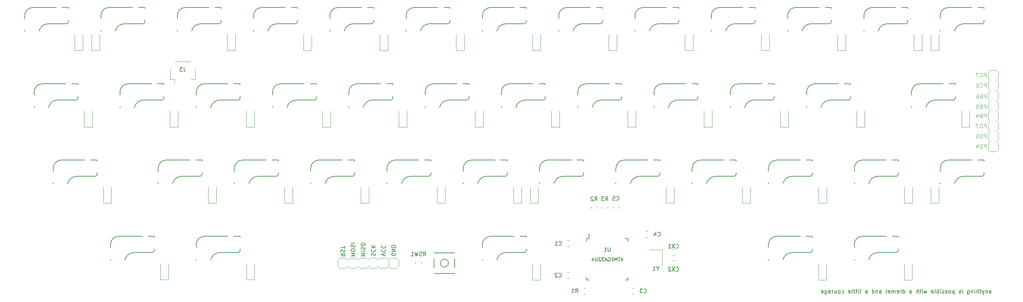
<source format=gbr>
%TF.GenerationSoftware,KiCad,Pcbnew,7.0.1-0*%
%TF.CreationDate,2023-05-30T16:27:06-05:00*%
%TF.ProjectId,pcb,7063622e-6b69-4636-9164-5f7063625858,rev?*%
%TF.SameCoordinates,Original*%
%TF.FileFunction,Legend,Bot*%
%TF.FilePolarity,Positive*%
%FSLAX46Y46*%
G04 Gerber Fmt 4.6, Leading zero omitted, Abs format (unit mm)*
G04 Created by KiCad (PCBNEW 7.0.1-0) date 2023-05-30 16:27:06*
%MOMM*%
%LPD*%
G01*
G04 APERTURE LIST*
%ADD10C,0.150000*%
%ADD11C,0.120000*%
%ADD12C,0.100000*%
G04 APERTURE END LIST*
D10*
X269290244Y-113412619D02*
X269290244Y-112888809D01*
X269290244Y-112888809D02*
X269337863Y-112793571D01*
X269337863Y-112793571D02*
X269433101Y-112745952D01*
X269433101Y-112745952D02*
X269623577Y-112745952D01*
X269623577Y-112745952D02*
X269718815Y-112793571D01*
X269290244Y-113365000D02*
X269385482Y-113412619D01*
X269385482Y-113412619D02*
X269623577Y-113412619D01*
X269623577Y-113412619D02*
X269718815Y-113365000D01*
X269718815Y-113365000D02*
X269766434Y-113269761D01*
X269766434Y-113269761D02*
X269766434Y-113174523D01*
X269766434Y-113174523D02*
X269718815Y-113079285D01*
X269718815Y-113079285D02*
X269623577Y-113031666D01*
X269623577Y-113031666D02*
X269385482Y-113031666D01*
X269385482Y-113031666D02*
X269290244Y-112984047D01*
X268814053Y-112745952D02*
X268814053Y-113412619D01*
X268814053Y-112841190D02*
X268766434Y-112793571D01*
X268766434Y-112793571D02*
X268671196Y-112745952D01*
X268671196Y-112745952D02*
X268528339Y-112745952D01*
X268528339Y-112745952D02*
X268433101Y-112793571D01*
X268433101Y-112793571D02*
X268385482Y-112888809D01*
X268385482Y-112888809D02*
X268385482Y-113412619D01*
X268004529Y-112745952D02*
X267766434Y-113412619D01*
X267528339Y-112745952D02*
X267766434Y-113412619D01*
X267766434Y-113412619D02*
X267861672Y-113650714D01*
X267861672Y-113650714D02*
X267909291Y-113698333D01*
X267909291Y-113698333D02*
X268004529Y-113745952D01*
X267290243Y-112745952D02*
X266909291Y-112745952D01*
X267147386Y-112412619D02*
X267147386Y-113269761D01*
X267147386Y-113269761D02*
X267099767Y-113365000D01*
X267099767Y-113365000D02*
X267004529Y-113412619D01*
X267004529Y-113412619D02*
X266909291Y-113412619D01*
X266575957Y-113412619D02*
X266575957Y-112412619D01*
X266147386Y-113412619D02*
X266147386Y-112888809D01*
X266147386Y-112888809D02*
X266195005Y-112793571D01*
X266195005Y-112793571D02*
X266290243Y-112745952D01*
X266290243Y-112745952D02*
X266433100Y-112745952D01*
X266433100Y-112745952D02*
X266528338Y-112793571D01*
X266528338Y-112793571D02*
X266575957Y-112841190D01*
X265671195Y-113412619D02*
X265671195Y-112745952D01*
X265671195Y-112412619D02*
X265718814Y-112460238D01*
X265718814Y-112460238D02*
X265671195Y-112507857D01*
X265671195Y-112507857D02*
X265623576Y-112460238D01*
X265623576Y-112460238D02*
X265671195Y-112412619D01*
X265671195Y-112412619D02*
X265671195Y-112507857D01*
X265195005Y-112745952D02*
X265195005Y-113412619D01*
X265195005Y-112841190D02*
X265147386Y-112793571D01*
X265147386Y-112793571D02*
X265052148Y-112745952D01*
X265052148Y-112745952D02*
X264909291Y-112745952D01*
X264909291Y-112745952D02*
X264814053Y-112793571D01*
X264814053Y-112793571D02*
X264766434Y-112888809D01*
X264766434Y-112888809D02*
X264766434Y-113412619D01*
X263861672Y-112745952D02*
X263861672Y-113555476D01*
X263861672Y-113555476D02*
X263909291Y-113650714D01*
X263909291Y-113650714D02*
X263956910Y-113698333D01*
X263956910Y-113698333D02*
X264052148Y-113745952D01*
X264052148Y-113745952D02*
X264195005Y-113745952D01*
X264195005Y-113745952D02*
X264290243Y-113698333D01*
X263861672Y-113365000D02*
X263956910Y-113412619D01*
X263956910Y-113412619D02*
X264147386Y-113412619D01*
X264147386Y-113412619D02*
X264242624Y-113365000D01*
X264242624Y-113365000D02*
X264290243Y-113317380D01*
X264290243Y-113317380D02*
X264337862Y-113222142D01*
X264337862Y-113222142D02*
X264337862Y-112936428D01*
X264337862Y-112936428D02*
X264290243Y-112841190D01*
X264290243Y-112841190D02*
X264242624Y-112793571D01*
X264242624Y-112793571D02*
X264147386Y-112745952D01*
X264147386Y-112745952D02*
X263956910Y-112745952D01*
X263956910Y-112745952D02*
X263861672Y-112793571D01*
X262623576Y-113412619D02*
X262623576Y-112745952D01*
X262623576Y-112412619D02*
X262671195Y-112460238D01*
X262671195Y-112460238D02*
X262623576Y-112507857D01*
X262623576Y-112507857D02*
X262575957Y-112460238D01*
X262575957Y-112460238D02*
X262623576Y-112412619D01*
X262623576Y-112412619D02*
X262623576Y-112507857D01*
X262195005Y-113365000D02*
X262099767Y-113412619D01*
X262099767Y-113412619D02*
X261909291Y-113412619D01*
X261909291Y-113412619D02*
X261814053Y-113365000D01*
X261814053Y-113365000D02*
X261766434Y-113269761D01*
X261766434Y-113269761D02*
X261766434Y-113222142D01*
X261766434Y-113222142D02*
X261814053Y-113126904D01*
X261814053Y-113126904D02*
X261909291Y-113079285D01*
X261909291Y-113079285D02*
X262052148Y-113079285D01*
X262052148Y-113079285D02*
X262147386Y-113031666D01*
X262147386Y-113031666D02*
X262195005Y-112936428D01*
X262195005Y-112936428D02*
X262195005Y-112888809D01*
X262195005Y-112888809D02*
X262147386Y-112793571D01*
X262147386Y-112793571D02*
X262052148Y-112745952D01*
X262052148Y-112745952D02*
X261909291Y-112745952D01*
X261909291Y-112745952D02*
X261814053Y-112793571D01*
X260575957Y-112745952D02*
X260575957Y-113745952D01*
X260575957Y-112793571D02*
X260480719Y-112745952D01*
X260480719Y-112745952D02*
X260290243Y-112745952D01*
X260290243Y-112745952D02*
X260195005Y-112793571D01*
X260195005Y-112793571D02*
X260147386Y-112841190D01*
X260147386Y-112841190D02*
X260099767Y-112936428D01*
X260099767Y-112936428D02*
X260099767Y-113222142D01*
X260099767Y-113222142D02*
X260147386Y-113317380D01*
X260147386Y-113317380D02*
X260195005Y-113365000D01*
X260195005Y-113365000D02*
X260290243Y-113412619D01*
X260290243Y-113412619D02*
X260480719Y-113412619D01*
X260480719Y-113412619D02*
X260575957Y-113365000D01*
X259528338Y-113412619D02*
X259623576Y-113365000D01*
X259623576Y-113365000D02*
X259671195Y-113317380D01*
X259671195Y-113317380D02*
X259718814Y-113222142D01*
X259718814Y-113222142D02*
X259718814Y-112936428D01*
X259718814Y-112936428D02*
X259671195Y-112841190D01*
X259671195Y-112841190D02*
X259623576Y-112793571D01*
X259623576Y-112793571D02*
X259528338Y-112745952D01*
X259528338Y-112745952D02*
X259385481Y-112745952D01*
X259385481Y-112745952D02*
X259290243Y-112793571D01*
X259290243Y-112793571D02*
X259242624Y-112841190D01*
X259242624Y-112841190D02*
X259195005Y-112936428D01*
X259195005Y-112936428D02*
X259195005Y-113222142D01*
X259195005Y-113222142D02*
X259242624Y-113317380D01*
X259242624Y-113317380D02*
X259290243Y-113365000D01*
X259290243Y-113365000D02*
X259385481Y-113412619D01*
X259385481Y-113412619D02*
X259528338Y-113412619D01*
X258814052Y-113365000D02*
X258718814Y-113412619D01*
X258718814Y-113412619D02*
X258528338Y-113412619D01*
X258528338Y-113412619D02*
X258433100Y-113365000D01*
X258433100Y-113365000D02*
X258385481Y-113269761D01*
X258385481Y-113269761D02*
X258385481Y-113222142D01*
X258385481Y-113222142D02*
X258433100Y-113126904D01*
X258433100Y-113126904D02*
X258528338Y-113079285D01*
X258528338Y-113079285D02*
X258671195Y-113079285D01*
X258671195Y-113079285D02*
X258766433Y-113031666D01*
X258766433Y-113031666D02*
X258814052Y-112936428D01*
X258814052Y-112936428D02*
X258814052Y-112888809D01*
X258814052Y-112888809D02*
X258766433Y-112793571D01*
X258766433Y-112793571D02*
X258671195Y-112745952D01*
X258671195Y-112745952D02*
X258528338Y-112745952D01*
X258528338Y-112745952D02*
X258433100Y-112793571D01*
X258004528Y-113365000D02*
X257909290Y-113412619D01*
X257909290Y-113412619D02*
X257718814Y-113412619D01*
X257718814Y-113412619D02*
X257623576Y-113365000D01*
X257623576Y-113365000D02*
X257575957Y-113269761D01*
X257575957Y-113269761D02*
X257575957Y-113222142D01*
X257575957Y-113222142D02*
X257623576Y-113126904D01*
X257623576Y-113126904D02*
X257718814Y-113079285D01*
X257718814Y-113079285D02*
X257861671Y-113079285D01*
X257861671Y-113079285D02*
X257956909Y-113031666D01*
X257956909Y-113031666D02*
X258004528Y-112936428D01*
X258004528Y-112936428D02*
X258004528Y-112888809D01*
X258004528Y-112888809D02*
X257956909Y-112793571D01*
X257956909Y-112793571D02*
X257861671Y-112745952D01*
X257861671Y-112745952D02*
X257718814Y-112745952D01*
X257718814Y-112745952D02*
X257623576Y-112793571D01*
X257147385Y-113412619D02*
X257147385Y-112745952D01*
X257147385Y-112412619D02*
X257195004Y-112460238D01*
X257195004Y-112460238D02*
X257147385Y-112507857D01*
X257147385Y-112507857D02*
X257099766Y-112460238D01*
X257099766Y-112460238D02*
X257147385Y-112412619D01*
X257147385Y-112412619D02*
X257147385Y-112507857D01*
X256671195Y-113412619D02*
X256671195Y-112412619D01*
X256671195Y-112793571D02*
X256575957Y-112745952D01*
X256575957Y-112745952D02*
X256385481Y-112745952D01*
X256385481Y-112745952D02*
X256290243Y-112793571D01*
X256290243Y-112793571D02*
X256242624Y-112841190D01*
X256242624Y-112841190D02*
X256195005Y-112936428D01*
X256195005Y-112936428D02*
X256195005Y-113222142D01*
X256195005Y-113222142D02*
X256242624Y-113317380D01*
X256242624Y-113317380D02*
X256290243Y-113365000D01*
X256290243Y-113365000D02*
X256385481Y-113412619D01*
X256385481Y-113412619D02*
X256575957Y-113412619D01*
X256575957Y-113412619D02*
X256671195Y-113365000D01*
X255623576Y-113412619D02*
X255718814Y-113365000D01*
X255718814Y-113365000D02*
X255766433Y-113269761D01*
X255766433Y-113269761D02*
X255766433Y-112412619D01*
X254861671Y-113365000D02*
X254956909Y-113412619D01*
X254956909Y-113412619D02*
X255147385Y-113412619D01*
X255147385Y-113412619D02*
X255242623Y-113365000D01*
X255242623Y-113365000D02*
X255290242Y-113269761D01*
X255290242Y-113269761D02*
X255290242Y-112888809D01*
X255290242Y-112888809D02*
X255242623Y-112793571D01*
X255242623Y-112793571D02*
X255147385Y-112745952D01*
X255147385Y-112745952D02*
X254956909Y-112745952D01*
X254956909Y-112745952D02*
X254861671Y-112793571D01*
X254861671Y-112793571D02*
X254814052Y-112888809D01*
X254814052Y-112888809D02*
X254814052Y-112984047D01*
X254814052Y-112984047D02*
X255290242Y-113079285D01*
X253718813Y-112745952D02*
X253528337Y-113412619D01*
X253528337Y-113412619D02*
X253337861Y-112936428D01*
X253337861Y-112936428D02*
X253147385Y-113412619D01*
X253147385Y-113412619D02*
X252956909Y-112745952D01*
X252575956Y-113412619D02*
X252575956Y-112745952D01*
X252575956Y-112412619D02*
X252623575Y-112460238D01*
X252623575Y-112460238D02*
X252575956Y-112507857D01*
X252575956Y-112507857D02*
X252528337Y-112460238D01*
X252528337Y-112460238D02*
X252575956Y-112412619D01*
X252575956Y-112412619D02*
X252575956Y-112507857D01*
X252242623Y-112745952D02*
X251861671Y-112745952D01*
X252099766Y-112412619D02*
X252099766Y-113269761D01*
X252099766Y-113269761D02*
X252052147Y-113365000D01*
X252052147Y-113365000D02*
X251956909Y-113412619D01*
X251956909Y-113412619D02*
X251861671Y-113412619D01*
X251528337Y-113412619D02*
X251528337Y-112412619D01*
X251099766Y-113412619D02*
X251099766Y-112888809D01*
X251099766Y-112888809D02*
X251147385Y-112793571D01*
X251147385Y-112793571D02*
X251242623Y-112745952D01*
X251242623Y-112745952D02*
X251385480Y-112745952D01*
X251385480Y-112745952D02*
X251480718Y-112793571D01*
X251480718Y-112793571D02*
X251528337Y-112841190D01*
X249433099Y-113412619D02*
X249433099Y-112888809D01*
X249433099Y-112888809D02*
X249480718Y-112793571D01*
X249480718Y-112793571D02*
X249575956Y-112745952D01*
X249575956Y-112745952D02*
X249766432Y-112745952D01*
X249766432Y-112745952D02*
X249861670Y-112793571D01*
X249433099Y-113365000D02*
X249528337Y-113412619D01*
X249528337Y-113412619D02*
X249766432Y-113412619D01*
X249766432Y-113412619D02*
X249861670Y-113365000D01*
X249861670Y-113365000D02*
X249909289Y-113269761D01*
X249909289Y-113269761D02*
X249909289Y-113174523D01*
X249909289Y-113174523D02*
X249861670Y-113079285D01*
X249861670Y-113079285D02*
X249766432Y-113031666D01*
X249766432Y-113031666D02*
X249528337Y-113031666D01*
X249528337Y-113031666D02*
X249433099Y-112984047D01*
X247766432Y-113412619D02*
X247766432Y-112412619D01*
X247766432Y-113365000D02*
X247861670Y-113412619D01*
X247861670Y-113412619D02*
X248052146Y-113412619D01*
X248052146Y-113412619D02*
X248147384Y-113365000D01*
X248147384Y-113365000D02*
X248195003Y-113317380D01*
X248195003Y-113317380D02*
X248242622Y-113222142D01*
X248242622Y-113222142D02*
X248242622Y-112936428D01*
X248242622Y-112936428D02*
X248195003Y-112841190D01*
X248195003Y-112841190D02*
X248147384Y-112793571D01*
X248147384Y-112793571D02*
X248052146Y-112745952D01*
X248052146Y-112745952D02*
X247861670Y-112745952D01*
X247861670Y-112745952D02*
X247766432Y-112793571D01*
X247290241Y-113412619D02*
X247290241Y-112745952D01*
X247290241Y-112936428D02*
X247242622Y-112841190D01*
X247242622Y-112841190D02*
X247195003Y-112793571D01*
X247195003Y-112793571D02*
X247099765Y-112745952D01*
X247099765Y-112745952D02*
X247004527Y-112745952D01*
X246290241Y-113365000D02*
X246385479Y-113412619D01*
X246385479Y-113412619D02*
X246575955Y-113412619D01*
X246575955Y-113412619D02*
X246671193Y-113365000D01*
X246671193Y-113365000D02*
X246718812Y-113269761D01*
X246718812Y-113269761D02*
X246718812Y-112888809D01*
X246718812Y-112888809D02*
X246671193Y-112793571D01*
X246671193Y-112793571D02*
X246575955Y-112745952D01*
X246575955Y-112745952D02*
X246385479Y-112745952D01*
X246385479Y-112745952D02*
X246290241Y-112793571D01*
X246290241Y-112793571D02*
X246242622Y-112888809D01*
X246242622Y-112888809D02*
X246242622Y-112984047D01*
X246242622Y-112984047D02*
X246718812Y-113079285D01*
X245814050Y-113412619D02*
X245814050Y-112745952D01*
X245814050Y-112841190D02*
X245766431Y-112793571D01*
X245766431Y-112793571D02*
X245671193Y-112745952D01*
X245671193Y-112745952D02*
X245528336Y-112745952D01*
X245528336Y-112745952D02*
X245433098Y-112793571D01*
X245433098Y-112793571D02*
X245385479Y-112888809D01*
X245385479Y-112888809D02*
X245385479Y-113412619D01*
X245385479Y-112888809D02*
X245337860Y-112793571D01*
X245337860Y-112793571D02*
X245242622Y-112745952D01*
X245242622Y-112745952D02*
X245099765Y-112745952D01*
X245099765Y-112745952D02*
X245004526Y-112793571D01*
X245004526Y-112793571D02*
X244956907Y-112888809D01*
X244956907Y-112888809D02*
X244956907Y-113412619D01*
X244099765Y-113365000D02*
X244195003Y-113412619D01*
X244195003Y-113412619D02*
X244385479Y-113412619D01*
X244385479Y-113412619D02*
X244480717Y-113365000D01*
X244480717Y-113365000D02*
X244528336Y-113269761D01*
X244528336Y-113269761D02*
X244528336Y-112888809D01*
X244528336Y-112888809D02*
X244480717Y-112793571D01*
X244480717Y-112793571D02*
X244385479Y-112745952D01*
X244385479Y-112745952D02*
X244195003Y-112745952D01*
X244195003Y-112745952D02*
X244099765Y-112793571D01*
X244099765Y-112793571D02*
X244052146Y-112888809D01*
X244052146Y-112888809D02*
X244052146Y-112984047D01*
X244052146Y-112984047D02*
X244528336Y-113079285D01*
X243480717Y-113412619D02*
X243575955Y-113365000D01*
X243575955Y-113365000D02*
X243623574Y-113269761D01*
X243623574Y-113269761D02*
X243623574Y-112412619D01*
X241909288Y-113412619D02*
X241909288Y-112888809D01*
X241909288Y-112888809D02*
X241956907Y-112793571D01*
X241956907Y-112793571D02*
X242052145Y-112745952D01*
X242052145Y-112745952D02*
X242242621Y-112745952D01*
X242242621Y-112745952D02*
X242337859Y-112793571D01*
X241909288Y-113365000D02*
X242004526Y-113412619D01*
X242004526Y-113412619D02*
X242242621Y-113412619D01*
X242242621Y-113412619D02*
X242337859Y-113365000D01*
X242337859Y-113365000D02*
X242385478Y-113269761D01*
X242385478Y-113269761D02*
X242385478Y-113174523D01*
X242385478Y-113174523D02*
X242337859Y-113079285D01*
X242337859Y-113079285D02*
X242242621Y-113031666D01*
X242242621Y-113031666D02*
X242004526Y-113031666D01*
X242004526Y-113031666D02*
X241909288Y-112984047D01*
X241433097Y-112745952D02*
X241433097Y-113412619D01*
X241433097Y-112841190D02*
X241385478Y-112793571D01*
X241385478Y-112793571D02*
X241290240Y-112745952D01*
X241290240Y-112745952D02*
X241147383Y-112745952D01*
X241147383Y-112745952D02*
X241052145Y-112793571D01*
X241052145Y-112793571D02*
X241004526Y-112888809D01*
X241004526Y-112888809D02*
X241004526Y-113412619D01*
X240099764Y-113412619D02*
X240099764Y-112412619D01*
X240099764Y-113365000D02*
X240195002Y-113412619D01*
X240195002Y-113412619D02*
X240385478Y-113412619D01*
X240385478Y-113412619D02*
X240480716Y-113365000D01*
X240480716Y-113365000D02*
X240528335Y-113317380D01*
X240528335Y-113317380D02*
X240575954Y-113222142D01*
X240575954Y-113222142D02*
X240575954Y-112936428D01*
X240575954Y-112936428D02*
X240528335Y-112841190D01*
X240528335Y-112841190D02*
X240480716Y-112793571D01*
X240480716Y-112793571D02*
X240385478Y-112745952D01*
X240385478Y-112745952D02*
X240195002Y-112745952D01*
X240195002Y-112745952D02*
X240099764Y-112793571D01*
X238433097Y-113412619D02*
X238433097Y-112888809D01*
X238433097Y-112888809D02*
X238480716Y-112793571D01*
X238480716Y-112793571D02*
X238575954Y-112745952D01*
X238575954Y-112745952D02*
X238766430Y-112745952D01*
X238766430Y-112745952D02*
X238861668Y-112793571D01*
X238433097Y-113365000D02*
X238528335Y-113412619D01*
X238528335Y-113412619D02*
X238766430Y-113412619D01*
X238766430Y-113412619D02*
X238861668Y-113365000D01*
X238861668Y-113365000D02*
X238909287Y-113269761D01*
X238909287Y-113269761D02*
X238909287Y-113174523D01*
X238909287Y-113174523D02*
X238861668Y-113079285D01*
X238861668Y-113079285D02*
X238766430Y-113031666D01*
X238766430Y-113031666D02*
X238528335Y-113031666D01*
X238528335Y-113031666D02*
X238433097Y-112984047D01*
X237052144Y-113412619D02*
X237147382Y-113365000D01*
X237147382Y-113365000D02*
X237195001Y-113269761D01*
X237195001Y-113269761D02*
X237195001Y-112412619D01*
X236671191Y-113412619D02*
X236671191Y-112745952D01*
X236671191Y-112412619D02*
X236718810Y-112460238D01*
X236718810Y-112460238D02*
X236671191Y-112507857D01*
X236671191Y-112507857D02*
X236623572Y-112460238D01*
X236623572Y-112460238D02*
X236671191Y-112412619D01*
X236671191Y-112412619D02*
X236671191Y-112507857D01*
X236337858Y-112745952D02*
X235956906Y-112745952D01*
X236195001Y-112412619D02*
X236195001Y-113269761D01*
X236195001Y-113269761D02*
X236147382Y-113365000D01*
X236147382Y-113365000D02*
X236052144Y-113412619D01*
X236052144Y-113412619D02*
X235956906Y-113412619D01*
X235766429Y-112745952D02*
X235385477Y-112745952D01*
X235623572Y-112412619D02*
X235623572Y-113269761D01*
X235623572Y-113269761D02*
X235575953Y-113365000D01*
X235575953Y-113365000D02*
X235480715Y-113412619D01*
X235480715Y-113412619D02*
X235385477Y-113412619D01*
X234909286Y-113412619D02*
X235004524Y-113365000D01*
X235004524Y-113365000D02*
X235052143Y-113269761D01*
X235052143Y-113269761D02*
X235052143Y-112412619D01*
X234147381Y-113365000D02*
X234242619Y-113412619D01*
X234242619Y-113412619D02*
X234433095Y-113412619D01*
X234433095Y-113412619D02*
X234528333Y-113365000D01*
X234528333Y-113365000D02*
X234575952Y-113269761D01*
X234575952Y-113269761D02*
X234575952Y-112888809D01*
X234575952Y-112888809D02*
X234528333Y-112793571D01*
X234528333Y-112793571D02*
X234433095Y-112745952D01*
X234433095Y-112745952D02*
X234242619Y-112745952D01*
X234242619Y-112745952D02*
X234147381Y-112793571D01*
X234147381Y-112793571D02*
X234099762Y-112888809D01*
X234099762Y-112888809D02*
X234099762Y-112984047D01*
X234099762Y-112984047D02*
X234575952Y-113079285D01*
X232480714Y-113365000D02*
X232575952Y-113412619D01*
X232575952Y-113412619D02*
X232766428Y-113412619D01*
X232766428Y-113412619D02*
X232861666Y-113365000D01*
X232861666Y-113365000D02*
X232909285Y-113317380D01*
X232909285Y-113317380D02*
X232956904Y-113222142D01*
X232956904Y-113222142D02*
X232956904Y-112936428D01*
X232956904Y-112936428D02*
X232909285Y-112841190D01*
X232909285Y-112841190D02*
X232861666Y-112793571D01*
X232861666Y-112793571D02*
X232766428Y-112745952D01*
X232766428Y-112745952D02*
X232575952Y-112745952D01*
X232575952Y-112745952D02*
X232480714Y-112793571D01*
X231909285Y-113412619D02*
X232004523Y-113365000D01*
X232004523Y-113365000D02*
X232052142Y-113317380D01*
X232052142Y-113317380D02*
X232099761Y-113222142D01*
X232099761Y-113222142D02*
X232099761Y-112936428D01*
X232099761Y-112936428D02*
X232052142Y-112841190D01*
X232052142Y-112841190D02*
X232004523Y-112793571D01*
X232004523Y-112793571D02*
X231909285Y-112745952D01*
X231909285Y-112745952D02*
X231766428Y-112745952D01*
X231766428Y-112745952D02*
X231671190Y-112793571D01*
X231671190Y-112793571D02*
X231623571Y-112841190D01*
X231623571Y-112841190D02*
X231575952Y-112936428D01*
X231575952Y-112936428D02*
X231575952Y-113222142D01*
X231575952Y-113222142D02*
X231623571Y-113317380D01*
X231623571Y-113317380D02*
X231671190Y-113365000D01*
X231671190Y-113365000D02*
X231766428Y-113412619D01*
X231766428Y-113412619D02*
X231909285Y-113412619D01*
X230718809Y-112745952D02*
X230718809Y-113412619D01*
X231147380Y-112745952D02*
X231147380Y-113269761D01*
X231147380Y-113269761D02*
X231099761Y-113365000D01*
X231099761Y-113365000D02*
X231004523Y-113412619D01*
X231004523Y-113412619D02*
X230861666Y-113412619D01*
X230861666Y-113412619D02*
X230766428Y-113365000D01*
X230766428Y-113365000D02*
X230718809Y-113317380D01*
X230242618Y-113412619D02*
X230242618Y-112745952D01*
X230242618Y-112936428D02*
X230194999Y-112841190D01*
X230194999Y-112841190D02*
X230147380Y-112793571D01*
X230147380Y-112793571D02*
X230052142Y-112745952D01*
X230052142Y-112745952D02*
X229956904Y-112745952D01*
X229194999Y-113412619D02*
X229194999Y-112888809D01*
X229194999Y-112888809D02*
X229242618Y-112793571D01*
X229242618Y-112793571D02*
X229337856Y-112745952D01*
X229337856Y-112745952D02*
X229528332Y-112745952D01*
X229528332Y-112745952D02*
X229623570Y-112793571D01*
X229194999Y-113365000D02*
X229290237Y-113412619D01*
X229290237Y-113412619D02*
X229528332Y-113412619D01*
X229528332Y-113412619D02*
X229623570Y-113365000D01*
X229623570Y-113365000D02*
X229671189Y-113269761D01*
X229671189Y-113269761D02*
X229671189Y-113174523D01*
X229671189Y-113174523D02*
X229623570Y-113079285D01*
X229623570Y-113079285D02*
X229528332Y-113031666D01*
X229528332Y-113031666D02*
X229290237Y-113031666D01*
X229290237Y-113031666D02*
X229194999Y-112984047D01*
X228290237Y-112745952D02*
X228290237Y-113555476D01*
X228290237Y-113555476D02*
X228337856Y-113650714D01*
X228337856Y-113650714D02*
X228385475Y-113698333D01*
X228385475Y-113698333D02*
X228480713Y-113745952D01*
X228480713Y-113745952D02*
X228623570Y-113745952D01*
X228623570Y-113745952D02*
X228718808Y-113698333D01*
X228290237Y-113365000D02*
X228385475Y-113412619D01*
X228385475Y-113412619D02*
X228575951Y-113412619D01*
X228575951Y-113412619D02*
X228671189Y-113365000D01*
X228671189Y-113365000D02*
X228718808Y-113317380D01*
X228718808Y-113317380D02*
X228766427Y-113222142D01*
X228766427Y-113222142D02*
X228766427Y-112936428D01*
X228766427Y-112936428D02*
X228718808Y-112841190D01*
X228718808Y-112841190D02*
X228671189Y-112793571D01*
X228671189Y-112793571D02*
X228575951Y-112745952D01*
X228575951Y-112745952D02*
X228385475Y-112745952D01*
X228385475Y-112745952D02*
X228290237Y-112793571D01*
X227433094Y-113365000D02*
X227528332Y-113412619D01*
X227528332Y-113412619D02*
X227718808Y-113412619D01*
X227718808Y-113412619D02*
X227814046Y-113365000D01*
X227814046Y-113365000D02*
X227861665Y-113269761D01*
X227861665Y-113269761D02*
X227861665Y-112888809D01*
X227861665Y-112888809D02*
X227814046Y-112793571D01*
X227814046Y-112793571D02*
X227718808Y-112745952D01*
X227718808Y-112745952D02*
X227528332Y-112745952D01*
X227528332Y-112745952D02*
X227433094Y-112793571D01*
X227433094Y-112793571D02*
X227385475Y-112888809D01*
X227385475Y-112888809D02*
X227385475Y-112984047D01*
X227385475Y-112984047D02*
X227861665Y-113079285D01*
%TO.C,C4*%
X186522918Y-99042380D02*
X186570537Y-99090000D01*
X186570537Y-99090000D02*
X186713394Y-99137619D01*
X186713394Y-99137619D02*
X186808632Y-99137619D01*
X186808632Y-99137619D02*
X186951489Y-99090000D01*
X186951489Y-99090000D02*
X187046727Y-98994761D01*
X187046727Y-98994761D02*
X187094346Y-98899523D01*
X187094346Y-98899523D02*
X187141965Y-98709047D01*
X187141965Y-98709047D02*
X187141965Y-98566190D01*
X187141965Y-98566190D02*
X187094346Y-98375714D01*
X187094346Y-98375714D02*
X187046727Y-98280476D01*
X187046727Y-98280476D02*
X186951489Y-98185238D01*
X186951489Y-98185238D02*
X186808632Y-98137619D01*
X186808632Y-98137619D02*
X186713394Y-98137619D01*
X186713394Y-98137619D02*
X186570537Y-98185238D01*
X186570537Y-98185238D02*
X186522918Y-98232857D01*
X185665775Y-98470952D02*
X185665775Y-99137619D01*
X185903870Y-98090000D02*
X186141965Y-98804285D01*
X186141965Y-98804285D02*
X185522918Y-98804285D01*
%TO.C,RSW1*%
X127970433Y-104073558D02*
X128303766Y-103597367D01*
X128541861Y-104073558D02*
X128541861Y-103073558D01*
X128541861Y-103073558D02*
X128160909Y-103073558D01*
X128160909Y-103073558D02*
X128065671Y-103121177D01*
X128065671Y-103121177D02*
X128018052Y-103168796D01*
X128018052Y-103168796D02*
X127970433Y-103264034D01*
X127970433Y-103264034D02*
X127970433Y-103406891D01*
X127970433Y-103406891D02*
X128018052Y-103502129D01*
X128018052Y-103502129D02*
X128065671Y-103549748D01*
X128065671Y-103549748D02*
X128160909Y-103597367D01*
X128160909Y-103597367D02*
X128541861Y-103597367D01*
X127589480Y-104025939D02*
X127446623Y-104073558D01*
X127446623Y-104073558D02*
X127208528Y-104073558D01*
X127208528Y-104073558D02*
X127113290Y-104025939D01*
X127113290Y-104025939D02*
X127065671Y-103978319D01*
X127065671Y-103978319D02*
X127018052Y-103883081D01*
X127018052Y-103883081D02*
X127018052Y-103787843D01*
X127018052Y-103787843D02*
X127065671Y-103692605D01*
X127065671Y-103692605D02*
X127113290Y-103644986D01*
X127113290Y-103644986D02*
X127208528Y-103597367D01*
X127208528Y-103597367D02*
X127399004Y-103549748D01*
X127399004Y-103549748D02*
X127494242Y-103502129D01*
X127494242Y-103502129D02*
X127541861Y-103454510D01*
X127541861Y-103454510D02*
X127589480Y-103359272D01*
X127589480Y-103359272D02*
X127589480Y-103264034D01*
X127589480Y-103264034D02*
X127541861Y-103168796D01*
X127541861Y-103168796D02*
X127494242Y-103121177D01*
X127494242Y-103121177D02*
X127399004Y-103073558D01*
X127399004Y-103073558D02*
X127160909Y-103073558D01*
X127160909Y-103073558D02*
X127018052Y-103121177D01*
X126684718Y-103073558D02*
X126446623Y-104073558D01*
X126446623Y-104073558D02*
X126256147Y-103359272D01*
X126256147Y-103359272D02*
X126065671Y-104073558D01*
X126065671Y-104073558D02*
X125827576Y-103073558D01*
X124922814Y-104073558D02*
X125494242Y-104073558D01*
X125208528Y-104073558D02*
X125208528Y-103073558D01*
X125208528Y-103073558D02*
X125303766Y-103216415D01*
X125303766Y-103216415D02*
X125399004Y-103311653D01*
X125399004Y-103311653D02*
X125494242Y-103359272D01*
%TO.C,R3*%
X173437918Y-90300119D02*
X173771251Y-89823928D01*
X174009346Y-90300119D02*
X174009346Y-89300119D01*
X174009346Y-89300119D02*
X173628394Y-89300119D01*
X173628394Y-89300119D02*
X173533156Y-89347738D01*
X173533156Y-89347738D02*
X173485537Y-89395357D01*
X173485537Y-89395357D02*
X173437918Y-89490595D01*
X173437918Y-89490595D02*
X173437918Y-89633452D01*
X173437918Y-89633452D02*
X173485537Y-89728690D01*
X173485537Y-89728690D02*
X173533156Y-89776309D01*
X173533156Y-89776309D02*
X173628394Y-89823928D01*
X173628394Y-89823928D02*
X174009346Y-89823928D01*
X173104584Y-89300119D02*
X172485537Y-89300119D01*
X172485537Y-89300119D02*
X172818870Y-89681071D01*
X172818870Y-89681071D02*
X172676013Y-89681071D01*
X172676013Y-89681071D02*
X172580775Y-89728690D01*
X172580775Y-89728690D02*
X172533156Y-89776309D01*
X172533156Y-89776309D02*
X172485537Y-89871547D01*
X172485537Y-89871547D02*
X172485537Y-90109642D01*
X172485537Y-90109642D02*
X172533156Y-90204880D01*
X172533156Y-90204880D02*
X172580775Y-90252500D01*
X172580775Y-90252500D02*
X172676013Y-90300119D01*
X172676013Y-90300119D02*
X172961727Y-90300119D01*
X172961727Y-90300119D02*
X173056965Y-90252500D01*
X173056965Y-90252500D02*
X173104584Y-90204880D01*
%TO.C,CX1*%
X191074109Y-102067380D02*
X191121728Y-102115000D01*
X191121728Y-102115000D02*
X191264585Y-102162619D01*
X191264585Y-102162619D02*
X191359823Y-102162619D01*
X191359823Y-102162619D02*
X191502680Y-102115000D01*
X191502680Y-102115000D02*
X191597918Y-102019761D01*
X191597918Y-102019761D02*
X191645537Y-101924523D01*
X191645537Y-101924523D02*
X191693156Y-101734047D01*
X191693156Y-101734047D02*
X191693156Y-101591190D01*
X191693156Y-101591190D02*
X191645537Y-101400714D01*
X191645537Y-101400714D02*
X191597918Y-101305476D01*
X191597918Y-101305476D02*
X191502680Y-101210238D01*
X191502680Y-101210238D02*
X191359823Y-101162619D01*
X191359823Y-101162619D02*
X191264585Y-101162619D01*
X191264585Y-101162619D02*
X191121728Y-101210238D01*
X191121728Y-101210238D02*
X191074109Y-101257857D01*
X190740775Y-101162619D02*
X190074109Y-102162619D01*
X190074109Y-101162619D02*
X190740775Y-102162619D01*
X189169347Y-102162619D02*
X189740775Y-102162619D01*
X189455061Y-102162619D02*
X189455061Y-101162619D01*
X189455061Y-101162619D02*
X189550299Y-101305476D01*
X189550299Y-101305476D02*
X189645537Y-101400714D01*
X189645537Y-101400714D02*
X189740775Y-101448333D01*
%TO.C,R2*%
X170757918Y-90297619D02*
X171091251Y-89821428D01*
X171329346Y-90297619D02*
X171329346Y-89297619D01*
X171329346Y-89297619D02*
X170948394Y-89297619D01*
X170948394Y-89297619D02*
X170853156Y-89345238D01*
X170853156Y-89345238D02*
X170805537Y-89392857D01*
X170805537Y-89392857D02*
X170757918Y-89488095D01*
X170757918Y-89488095D02*
X170757918Y-89630952D01*
X170757918Y-89630952D02*
X170805537Y-89726190D01*
X170805537Y-89726190D02*
X170853156Y-89773809D01*
X170853156Y-89773809D02*
X170948394Y-89821428D01*
X170948394Y-89821428D02*
X171329346Y-89821428D01*
X170376965Y-89392857D02*
X170329346Y-89345238D01*
X170329346Y-89345238D02*
X170234108Y-89297619D01*
X170234108Y-89297619D02*
X169996013Y-89297619D01*
X169996013Y-89297619D02*
X169900775Y-89345238D01*
X169900775Y-89345238D02*
X169853156Y-89392857D01*
X169853156Y-89392857D02*
X169805537Y-89488095D01*
X169805537Y-89488095D02*
X169805537Y-89583333D01*
X169805537Y-89583333D02*
X169853156Y-89726190D01*
X169853156Y-89726190D02*
X170424584Y-90297619D01*
X170424584Y-90297619D02*
X169805537Y-90297619D01*
%TO.C,C1*%
X161822918Y-101367380D02*
X161870537Y-101415000D01*
X161870537Y-101415000D02*
X162013394Y-101462619D01*
X162013394Y-101462619D02*
X162108632Y-101462619D01*
X162108632Y-101462619D02*
X162251489Y-101415000D01*
X162251489Y-101415000D02*
X162346727Y-101319761D01*
X162346727Y-101319761D02*
X162394346Y-101224523D01*
X162394346Y-101224523D02*
X162441965Y-101034047D01*
X162441965Y-101034047D02*
X162441965Y-100891190D01*
X162441965Y-100891190D02*
X162394346Y-100700714D01*
X162394346Y-100700714D02*
X162346727Y-100605476D01*
X162346727Y-100605476D02*
X162251489Y-100510238D01*
X162251489Y-100510238D02*
X162108632Y-100462619D01*
X162108632Y-100462619D02*
X162013394Y-100462619D01*
X162013394Y-100462619D02*
X161870537Y-100510238D01*
X161870537Y-100510238D02*
X161822918Y-100557857D01*
X160870537Y-101462619D02*
X161441965Y-101462619D01*
X161156251Y-101462619D02*
X161156251Y-100462619D01*
X161156251Y-100462619D02*
X161251489Y-100605476D01*
X161251489Y-100605476D02*
X161346727Y-100700714D01*
X161346727Y-100700714D02*
X161441965Y-100748333D01*
%TO.C,Y1*%
X186507442Y-107261428D02*
X186507442Y-107737619D01*
X186840775Y-106737619D02*
X186507442Y-107261428D01*
X186507442Y-107261428D02*
X186174109Y-106737619D01*
X185316966Y-107737619D02*
X185888394Y-107737619D01*
X185602680Y-107737619D02*
X185602680Y-106737619D01*
X185602680Y-106737619D02*
X185697918Y-106880476D01*
X185697918Y-106880476D02*
X185793156Y-106975714D01*
X185793156Y-106975714D02*
X185888394Y-107023333D01*
%TO.C,C2*%
X161822918Y-109317380D02*
X161870537Y-109365000D01*
X161870537Y-109365000D02*
X162013394Y-109412619D01*
X162013394Y-109412619D02*
X162108632Y-109412619D01*
X162108632Y-109412619D02*
X162251489Y-109365000D01*
X162251489Y-109365000D02*
X162346727Y-109269761D01*
X162346727Y-109269761D02*
X162394346Y-109174523D01*
X162394346Y-109174523D02*
X162441965Y-108984047D01*
X162441965Y-108984047D02*
X162441965Y-108841190D01*
X162441965Y-108841190D02*
X162394346Y-108650714D01*
X162394346Y-108650714D02*
X162346727Y-108555476D01*
X162346727Y-108555476D02*
X162251489Y-108460238D01*
X162251489Y-108460238D02*
X162108632Y-108412619D01*
X162108632Y-108412619D02*
X162013394Y-108412619D01*
X162013394Y-108412619D02*
X161870537Y-108460238D01*
X161870537Y-108460238D02*
X161822918Y-108507857D01*
X161441965Y-108507857D02*
X161394346Y-108460238D01*
X161394346Y-108460238D02*
X161299108Y-108412619D01*
X161299108Y-108412619D02*
X161061013Y-108412619D01*
X161061013Y-108412619D02*
X160965775Y-108460238D01*
X160965775Y-108460238D02*
X160918156Y-108507857D01*
X160918156Y-108507857D02*
X160870537Y-108603095D01*
X160870537Y-108603095D02*
X160870537Y-108698333D01*
X160870537Y-108698333D02*
X160918156Y-108841190D01*
X160918156Y-108841190D02*
X161489584Y-109412619D01*
X161489584Y-109412619D02*
X160870537Y-109412619D01*
%TO.C,C5*%
X176222918Y-90122380D02*
X176270537Y-90170000D01*
X176270537Y-90170000D02*
X176413394Y-90217619D01*
X176413394Y-90217619D02*
X176508632Y-90217619D01*
X176508632Y-90217619D02*
X176651489Y-90170000D01*
X176651489Y-90170000D02*
X176746727Y-90074761D01*
X176746727Y-90074761D02*
X176794346Y-89979523D01*
X176794346Y-89979523D02*
X176841965Y-89789047D01*
X176841965Y-89789047D02*
X176841965Y-89646190D01*
X176841965Y-89646190D02*
X176794346Y-89455714D01*
X176794346Y-89455714D02*
X176746727Y-89360476D01*
X176746727Y-89360476D02*
X176651489Y-89265238D01*
X176651489Y-89265238D02*
X176508632Y-89217619D01*
X176508632Y-89217619D02*
X176413394Y-89217619D01*
X176413394Y-89217619D02*
X176270537Y-89265238D01*
X176270537Y-89265238D02*
X176222918Y-89312857D01*
X175318156Y-89217619D02*
X175794346Y-89217619D01*
X175794346Y-89217619D02*
X175841965Y-89693809D01*
X175841965Y-89693809D02*
X175794346Y-89646190D01*
X175794346Y-89646190D02*
X175699108Y-89598571D01*
X175699108Y-89598571D02*
X175461013Y-89598571D01*
X175461013Y-89598571D02*
X175365775Y-89646190D01*
X175365775Y-89646190D02*
X175318156Y-89693809D01*
X175318156Y-89693809D02*
X175270537Y-89789047D01*
X175270537Y-89789047D02*
X175270537Y-90027142D01*
X175270537Y-90027142D02*
X175318156Y-90122380D01*
X175318156Y-90122380D02*
X175365775Y-90170000D01*
X175365775Y-90170000D02*
X175461013Y-90217619D01*
X175461013Y-90217619D02*
X175699108Y-90217619D01*
X175699108Y-90217619D02*
X175794346Y-90170000D01*
X175794346Y-90170000D02*
X175841965Y-90122380D01*
%TO.C,C3*%
X183072918Y-113217380D02*
X183120537Y-113265000D01*
X183120537Y-113265000D02*
X183263394Y-113312619D01*
X183263394Y-113312619D02*
X183358632Y-113312619D01*
X183358632Y-113312619D02*
X183501489Y-113265000D01*
X183501489Y-113265000D02*
X183596727Y-113169761D01*
X183596727Y-113169761D02*
X183644346Y-113074523D01*
X183644346Y-113074523D02*
X183691965Y-112884047D01*
X183691965Y-112884047D02*
X183691965Y-112741190D01*
X183691965Y-112741190D02*
X183644346Y-112550714D01*
X183644346Y-112550714D02*
X183596727Y-112455476D01*
X183596727Y-112455476D02*
X183501489Y-112360238D01*
X183501489Y-112360238D02*
X183358632Y-112312619D01*
X183358632Y-112312619D02*
X183263394Y-112312619D01*
X183263394Y-112312619D02*
X183120537Y-112360238D01*
X183120537Y-112360238D02*
X183072918Y-112407857D01*
X182739584Y-112312619D02*
X182120537Y-112312619D01*
X182120537Y-112312619D02*
X182453870Y-112693571D01*
X182453870Y-112693571D02*
X182311013Y-112693571D01*
X182311013Y-112693571D02*
X182215775Y-112741190D01*
X182215775Y-112741190D02*
X182168156Y-112788809D01*
X182168156Y-112788809D02*
X182120537Y-112884047D01*
X182120537Y-112884047D02*
X182120537Y-113122142D01*
X182120537Y-113122142D02*
X182168156Y-113217380D01*
X182168156Y-113217380D02*
X182215775Y-113265000D01*
X182215775Y-113265000D02*
X182311013Y-113312619D01*
X182311013Y-113312619D02*
X182596727Y-113312619D01*
X182596727Y-113312619D02*
X182691965Y-113265000D01*
X182691965Y-113265000D02*
X182739584Y-113217380D01*
%TO.C,J3*%
X68258333Y-57008118D02*
X68258333Y-57722403D01*
X68258333Y-57722403D02*
X68305952Y-57865260D01*
X68305952Y-57865260D02*
X68401190Y-57960499D01*
X68401190Y-57960499D02*
X68544047Y-58008118D01*
X68544047Y-58008118D02*
X68639285Y-58008118D01*
X67877380Y-57008118D02*
X67258333Y-57008118D01*
X67258333Y-57008118D02*
X67591666Y-57389070D01*
X67591666Y-57389070D02*
X67448809Y-57389070D01*
X67448809Y-57389070D02*
X67353571Y-57436689D01*
X67353571Y-57436689D02*
X67305952Y-57484308D01*
X67305952Y-57484308D02*
X67258333Y-57579546D01*
X67258333Y-57579546D02*
X67258333Y-57817641D01*
X67258333Y-57817641D02*
X67305952Y-57912879D01*
X67305952Y-57912879D02*
X67353571Y-57960499D01*
X67353571Y-57960499D02*
X67448809Y-58008118D01*
X67448809Y-58008118D02*
X67734523Y-58008118D01*
X67734523Y-58008118D02*
X67829761Y-57960499D01*
X67829761Y-57960499D02*
X67877380Y-57912879D01*
%TO.C,R1*%
X165972918Y-113287619D02*
X166306251Y-112811428D01*
X166544346Y-113287619D02*
X166544346Y-112287619D01*
X166544346Y-112287619D02*
X166163394Y-112287619D01*
X166163394Y-112287619D02*
X166068156Y-112335238D01*
X166068156Y-112335238D02*
X166020537Y-112382857D01*
X166020537Y-112382857D02*
X165972918Y-112478095D01*
X165972918Y-112478095D02*
X165972918Y-112620952D01*
X165972918Y-112620952D02*
X166020537Y-112716190D01*
X166020537Y-112716190D02*
X166068156Y-112763809D01*
X166068156Y-112763809D02*
X166163394Y-112811428D01*
X166163394Y-112811428D02*
X166544346Y-112811428D01*
X165020537Y-113287619D02*
X165591965Y-113287619D01*
X165306251Y-113287619D02*
X165306251Y-112287619D01*
X165306251Y-112287619D02*
X165401489Y-112430476D01*
X165401489Y-112430476D02*
X165496727Y-112525714D01*
X165496727Y-112525714D02*
X165591965Y-112573333D01*
D11*
%TO.C,J5*%
X268537904Y-74667619D02*
X268537904Y-73667619D01*
X268537904Y-73667619D02*
X268156952Y-73667619D01*
X268156952Y-73667619D02*
X268061714Y-73715238D01*
X268061714Y-73715238D02*
X268014095Y-73762857D01*
X268014095Y-73762857D02*
X267966476Y-73858095D01*
X267966476Y-73858095D02*
X267966476Y-74000952D01*
X267966476Y-74000952D02*
X268014095Y-74096190D01*
X268014095Y-74096190D02*
X268061714Y-74143809D01*
X268061714Y-74143809D02*
X268156952Y-74191428D01*
X268156952Y-74191428D02*
X268537904Y-74191428D01*
X267537904Y-74667619D02*
X267537904Y-73667619D01*
X267537904Y-73667619D02*
X267299809Y-73667619D01*
X267299809Y-73667619D02*
X267156952Y-73715238D01*
X267156952Y-73715238D02*
X267061714Y-73810476D01*
X267061714Y-73810476D02*
X267014095Y-73905714D01*
X267014095Y-73905714D02*
X266966476Y-74096190D01*
X266966476Y-74096190D02*
X266966476Y-74239047D01*
X266966476Y-74239047D02*
X267014095Y-74429523D01*
X267014095Y-74429523D02*
X267061714Y-74524761D01*
X267061714Y-74524761D02*
X267156952Y-74620000D01*
X267156952Y-74620000D02*
X267299809Y-74667619D01*
X267299809Y-74667619D02*
X267537904Y-74667619D01*
X266109333Y-73667619D02*
X266299809Y-73667619D01*
X266299809Y-73667619D02*
X266395047Y-73715238D01*
X266395047Y-73715238D02*
X266442666Y-73762857D01*
X266442666Y-73762857D02*
X266537904Y-73905714D01*
X266537904Y-73905714D02*
X266585523Y-74096190D01*
X266585523Y-74096190D02*
X266585523Y-74477142D01*
X266585523Y-74477142D02*
X266537904Y-74572380D01*
X266537904Y-74572380D02*
X266490285Y-74620000D01*
X266490285Y-74620000D02*
X266395047Y-74667619D01*
X266395047Y-74667619D02*
X266204571Y-74667619D01*
X266204571Y-74667619D02*
X266109333Y-74620000D01*
X266109333Y-74620000D02*
X266061714Y-74572380D01*
X266061714Y-74572380D02*
X266014095Y-74477142D01*
X266014095Y-74477142D02*
X266014095Y-74239047D01*
X266014095Y-74239047D02*
X266061714Y-74143809D01*
X266061714Y-74143809D02*
X266109333Y-74096190D01*
X266109333Y-74096190D02*
X266204571Y-74048571D01*
X266204571Y-74048571D02*
X266395047Y-74048571D01*
X266395047Y-74048571D02*
X266490285Y-74096190D01*
X266490285Y-74096190D02*
X266537904Y-74143809D01*
X266537904Y-74143809D02*
X266585523Y-74239047D01*
X268537904Y-67301619D02*
X268537904Y-66301619D01*
X268537904Y-66301619D02*
X268156952Y-66301619D01*
X268156952Y-66301619D02*
X268061714Y-66349238D01*
X268061714Y-66349238D02*
X268014095Y-66396857D01*
X268014095Y-66396857D02*
X267966476Y-66492095D01*
X267966476Y-66492095D02*
X267966476Y-66634952D01*
X267966476Y-66634952D02*
X268014095Y-66730190D01*
X268014095Y-66730190D02*
X268061714Y-66777809D01*
X268061714Y-66777809D02*
X268156952Y-66825428D01*
X268156952Y-66825428D02*
X268537904Y-66825428D01*
X267204571Y-66777809D02*
X267061714Y-66825428D01*
X267061714Y-66825428D02*
X267014095Y-66873047D01*
X267014095Y-66873047D02*
X266966476Y-66968285D01*
X266966476Y-66968285D02*
X266966476Y-67111142D01*
X266966476Y-67111142D02*
X267014095Y-67206380D01*
X267014095Y-67206380D02*
X267061714Y-67254000D01*
X267061714Y-67254000D02*
X267156952Y-67301619D01*
X267156952Y-67301619D02*
X267537904Y-67301619D01*
X267537904Y-67301619D02*
X267537904Y-66301619D01*
X267537904Y-66301619D02*
X267204571Y-66301619D01*
X267204571Y-66301619D02*
X267109333Y-66349238D01*
X267109333Y-66349238D02*
X267061714Y-66396857D01*
X267061714Y-66396857D02*
X267014095Y-66492095D01*
X267014095Y-66492095D02*
X267014095Y-66587333D01*
X267014095Y-66587333D02*
X267061714Y-66682571D01*
X267061714Y-66682571D02*
X267109333Y-66730190D01*
X267109333Y-66730190D02*
X267204571Y-66777809D01*
X267204571Y-66777809D02*
X267537904Y-66777809D01*
X266061714Y-66301619D02*
X266537904Y-66301619D01*
X266537904Y-66301619D02*
X266585523Y-66777809D01*
X266585523Y-66777809D02*
X266537904Y-66730190D01*
X266537904Y-66730190D02*
X266442666Y-66682571D01*
X266442666Y-66682571D02*
X266204571Y-66682571D01*
X266204571Y-66682571D02*
X266109333Y-66730190D01*
X266109333Y-66730190D02*
X266061714Y-66777809D01*
X266061714Y-66777809D02*
X266014095Y-66873047D01*
X266014095Y-66873047D02*
X266014095Y-67111142D01*
X266014095Y-67111142D02*
X266061714Y-67206380D01*
X266061714Y-67206380D02*
X266109333Y-67254000D01*
X266109333Y-67254000D02*
X266204571Y-67301619D01*
X266204571Y-67301619D02*
X266442666Y-67301619D01*
X266442666Y-67301619D02*
X266537904Y-67254000D01*
X266537904Y-67254000D02*
X266585523Y-67206380D01*
X268537904Y-59427619D02*
X268537904Y-58427619D01*
X268537904Y-58427619D02*
X268156952Y-58427619D01*
X268156952Y-58427619D02*
X268061714Y-58475238D01*
X268061714Y-58475238D02*
X268014095Y-58522857D01*
X268014095Y-58522857D02*
X267966476Y-58618095D01*
X267966476Y-58618095D02*
X267966476Y-58760952D01*
X267966476Y-58760952D02*
X268014095Y-58856190D01*
X268014095Y-58856190D02*
X268061714Y-58903809D01*
X268061714Y-58903809D02*
X268156952Y-58951428D01*
X268156952Y-58951428D02*
X268537904Y-58951428D01*
X266966476Y-59332380D02*
X267014095Y-59380000D01*
X267014095Y-59380000D02*
X267156952Y-59427619D01*
X267156952Y-59427619D02*
X267252190Y-59427619D01*
X267252190Y-59427619D02*
X267395047Y-59380000D01*
X267395047Y-59380000D02*
X267490285Y-59284761D01*
X267490285Y-59284761D02*
X267537904Y-59189523D01*
X267537904Y-59189523D02*
X267585523Y-58999047D01*
X267585523Y-58999047D02*
X267585523Y-58856190D01*
X267585523Y-58856190D02*
X267537904Y-58665714D01*
X267537904Y-58665714D02*
X267490285Y-58570476D01*
X267490285Y-58570476D02*
X267395047Y-58475238D01*
X267395047Y-58475238D02*
X267252190Y-58427619D01*
X267252190Y-58427619D02*
X267156952Y-58427619D01*
X267156952Y-58427619D02*
X267014095Y-58475238D01*
X267014095Y-58475238D02*
X266966476Y-58522857D01*
X266633142Y-58427619D02*
X265966476Y-58427619D01*
X265966476Y-58427619D02*
X266395047Y-59427619D01*
X268537904Y-72127619D02*
X268537904Y-71127619D01*
X268537904Y-71127619D02*
X268156952Y-71127619D01*
X268156952Y-71127619D02*
X268061714Y-71175238D01*
X268061714Y-71175238D02*
X268014095Y-71222857D01*
X268014095Y-71222857D02*
X267966476Y-71318095D01*
X267966476Y-71318095D02*
X267966476Y-71460952D01*
X267966476Y-71460952D02*
X268014095Y-71556190D01*
X268014095Y-71556190D02*
X268061714Y-71603809D01*
X268061714Y-71603809D02*
X268156952Y-71651428D01*
X268156952Y-71651428D02*
X268537904Y-71651428D01*
X267537904Y-72127619D02*
X267537904Y-71127619D01*
X267537904Y-71127619D02*
X267299809Y-71127619D01*
X267299809Y-71127619D02*
X267156952Y-71175238D01*
X267156952Y-71175238D02*
X267061714Y-71270476D01*
X267061714Y-71270476D02*
X267014095Y-71365714D01*
X267014095Y-71365714D02*
X266966476Y-71556190D01*
X266966476Y-71556190D02*
X266966476Y-71699047D01*
X266966476Y-71699047D02*
X267014095Y-71889523D01*
X267014095Y-71889523D02*
X267061714Y-71984761D01*
X267061714Y-71984761D02*
X267156952Y-72080000D01*
X267156952Y-72080000D02*
X267299809Y-72127619D01*
X267299809Y-72127619D02*
X267537904Y-72127619D01*
X266633142Y-71127619D02*
X265966476Y-71127619D01*
X265966476Y-71127619D02*
X266395047Y-72127619D01*
X268537904Y-69587619D02*
X268537904Y-68587619D01*
X268537904Y-68587619D02*
X268156952Y-68587619D01*
X268156952Y-68587619D02*
X268061714Y-68635238D01*
X268061714Y-68635238D02*
X268014095Y-68682857D01*
X268014095Y-68682857D02*
X267966476Y-68778095D01*
X267966476Y-68778095D02*
X267966476Y-68920952D01*
X267966476Y-68920952D02*
X268014095Y-69016190D01*
X268014095Y-69016190D02*
X268061714Y-69063809D01*
X268061714Y-69063809D02*
X268156952Y-69111428D01*
X268156952Y-69111428D02*
X268537904Y-69111428D01*
X267204571Y-69063809D02*
X267061714Y-69111428D01*
X267061714Y-69111428D02*
X267014095Y-69159047D01*
X267014095Y-69159047D02*
X266966476Y-69254285D01*
X266966476Y-69254285D02*
X266966476Y-69397142D01*
X266966476Y-69397142D02*
X267014095Y-69492380D01*
X267014095Y-69492380D02*
X267061714Y-69540000D01*
X267061714Y-69540000D02*
X267156952Y-69587619D01*
X267156952Y-69587619D02*
X267537904Y-69587619D01*
X267537904Y-69587619D02*
X267537904Y-68587619D01*
X267537904Y-68587619D02*
X267204571Y-68587619D01*
X267204571Y-68587619D02*
X267109333Y-68635238D01*
X267109333Y-68635238D02*
X267061714Y-68682857D01*
X267061714Y-68682857D02*
X267014095Y-68778095D01*
X267014095Y-68778095D02*
X267014095Y-68873333D01*
X267014095Y-68873333D02*
X267061714Y-68968571D01*
X267061714Y-68968571D02*
X267109333Y-69016190D01*
X267109333Y-69016190D02*
X267204571Y-69063809D01*
X267204571Y-69063809D02*
X267537904Y-69063809D01*
X266109333Y-68920952D02*
X266109333Y-69587619D01*
X266347428Y-68540000D02*
X266585523Y-69254285D01*
X266585523Y-69254285D02*
X265966476Y-69254285D01*
X268537904Y-77207619D02*
X268537904Y-76207619D01*
X268537904Y-76207619D02*
X268156952Y-76207619D01*
X268156952Y-76207619D02*
X268061714Y-76255238D01*
X268061714Y-76255238D02*
X268014095Y-76302857D01*
X268014095Y-76302857D02*
X267966476Y-76398095D01*
X267966476Y-76398095D02*
X267966476Y-76540952D01*
X267966476Y-76540952D02*
X268014095Y-76636190D01*
X268014095Y-76636190D02*
X268061714Y-76683809D01*
X268061714Y-76683809D02*
X268156952Y-76731428D01*
X268156952Y-76731428D02*
X268537904Y-76731428D01*
X267537904Y-77207619D02*
X267537904Y-76207619D01*
X267537904Y-76207619D02*
X267299809Y-76207619D01*
X267299809Y-76207619D02*
X267156952Y-76255238D01*
X267156952Y-76255238D02*
X267061714Y-76350476D01*
X267061714Y-76350476D02*
X267014095Y-76445714D01*
X267014095Y-76445714D02*
X266966476Y-76636190D01*
X266966476Y-76636190D02*
X266966476Y-76779047D01*
X266966476Y-76779047D02*
X267014095Y-76969523D01*
X267014095Y-76969523D02*
X267061714Y-77064761D01*
X267061714Y-77064761D02*
X267156952Y-77160000D01*
X267156952Y-77160000D02*
X267299809Y-77207619D01*
X267299809Y-77207619D02*
X267537904Y-77207619D01*
X266109333Y-76540952D02*
X266109333Y-77207619D01*
X266347428Y-76160000D02*
X266585523Y-76874285D01*
X266585523Y-76874285D02*
X265966476Y-76874285D01*
X268537904Y-61967619D02*
X268537904Y-60967619D01*
X268537904Y-60967619D02*
X268156952Y-60967619D01*
X268156952Y-60967619D02*
X268061714Y-61015238D01*
X268061714Y-61015238D02*
X268014095Y-61062857D01*
X268014095Y-61062857D02*
X267966476Y-61158095D01*
X267966476Y-61158095D02*
X267966476Y-61300952D01*
X267966476Y-61300952D02*
X268014095Y-61396190D01*
X268014095Y-61396190D02*
X268061714Y-61443809D01*
X268061714Y-61443809D02*
X268156952Y-61491428D01*
X268156952Y-61491428D02*
X268537904Y-61491428D01*
X266966476Y-61872380D02*
X267014095Y-61920000D01*
X267014095Y-61920000D02*
X267156952Y-61967619D01*
X267156952Y-61967619D02*
X267252190Y-61967619D01*
X267252190Y-61967619D02*
X267395047Y-61920000D01*
X267395047Y-61920000D02*
X267490285Y-61824761D01*
X267490285Y-61824761D02*
X267537904Y-61729523D01*
X267537904Y-61729523D02*
X267585523Y-61539047D01*
X267585523Y-61539047D02*
X267585523Y-61396190D01*
X267585523Y-61396190D02*
X267537904Y-61205714D01*
X267537904Y-61205714D02*
X267490285Y-61110476D01*
X267490285Y-61110476D02*
X267395047Y-61015238D01*
X267395047Y-61015238D02*
X267252190Y-60967619D01*
X267252190Y-60967619D02*
X267156952Y-60967619D01*
X267156952Y-60967619D02*
X267014095Y-61015238D01*
X267014095Y-61015238D02*
X266966476Y-61062857D01*
X266109333Y-60967619D02*
X266299809Y-60967619D01*
X266299809Y-60967619D02*
X266395047Y-61015238D01*
X266395047Y-61015238D02*
X266442666Y-61062857D01*
X266442666Y-61062857D02*
X266537904Y-61205714D01*
X266537904Y-61205714D02*
X266585523Y-61396190D01*
X266585523Y-61396190D02*
X266585523Y-61777142D01*
X266585523Y-61777142D02*
X266537904Y-61872380D01*
X266537904Y-61872380D02*
X266490285Y-61920000D01*
X266490285Y-61920000D02*
X266395047Y-61967619D01*
X266395047Y-61967619D02*
X266204571Y-61967619D01*
X266204571Y-61967619D02*
X266109333Y-61920000D01*
X266109333Y-61920000D02*
X266061714Y-61872380D01*
X266061714Y-61872380D02*
X266014095Y-61777142D01*
X266014095Y-61777142D02*
X266014095Y-61539047D01*
X266014095Y-61539047D02*
X266061714Y-61443809D01*
X266061714Y-61443809D02*
X266109333Y-61396190D01*
X266109333Y-61396190D02*
X266204571Y-61348571D01*
X266204571Y-61348571D02*
X266395047Y-61348571D01*
X266395047Y-61348571D02*
X266490285Y-61396190D01*
X266490285Y-61396190D02*
X266537904Y-61443809D01*
X266537904Y-61443809D02*
X266585523Y-61539047D01*
X268537904Y-64761619D02*
X268537904Y-63761619D01*
X268537904Y-63761619D02*
X268156952Y-63761619D01*
X268156952Y-63761619D02*
X268061714Y-63809238D01*
X268061714Y-63809238D02*
X268014095Y-63856857D01*
X268014095Y-63856857D02*
X267966476Y-63952095D01*
X267966476Y-63952095D02*
X267966476Y-64094952D01*
X267966476Y-64094952D02*
X268014095Y-64190190D01*
X268014095Y-64190190D02*
X268061714Y-64237809D01*
X268061714Y-64237809D02*
X268156952Y-64285428D01*
X268156952Y-64285428D02*
X268537904Y-64285428D01*
X267204571Y-64237809D02*
X267061714Y-64285428D01*
X267061714Y-64285428D02*
X267014095Y-64333047D01*
X267014095Y-64333047D02*
X266966476Y-64428285D01*
X266966476Y-64428285D02*
X266966476Y-64571142D01*
X266966476Y-64571142D02*
X267014095Y-64666380D01*
X267014095Y-64666380D02*
X267061714Y-64714000D01*
X267061714Y-64714000D02*
X267156952Y-64761619D01*
X267156952Y-64761619D02*
X267537904Y-64761619D01*
X267537904Y-64761619D02*
X267537904Y-63761619D01*
X267537904Y-63761619D02*
X267204571Y-63761619D01*
X267204571Y-63761619D02*
X267109333Y-63809238D01*
X267109333Y-63809238D02*
X267061714Y-63856857D01*
X267061714Y-63856857D02*
X267014095Y-63952095D01*
X267014095Y-63952095D02*
X267014095Y-64047333D01*
X267014095Y-64047333D02*
X267061714Y-64142571D01*
X267061714Y-64142571D02*
X267109333Y-64190190D01*
X267109333Y-64190190D02*
X267204571Y-64237809D01*
X267204571Y-64237809D02*
X267537904Y-64237809D01*
X266109333Y-63761619D02*
X266299809Y-63761619D01*
X266299809Y-63761619D02*
X266395047Y-63809238D01*
X266395047Y-63809238D02*
X266442666Y-63856857D01*
X266442666Y-63856857D02*
X266537904Y-63999714D01*
X266537904Y-63999714D02*
X266585523Y-64190190D01*
X266585523Y-64190190D02*
X266585523Y-64571142D01*
X266585523Y-64571142D02*
X266537904Y-64666380D01*
X266537904Y-64666380D02*
X266490285Y-64714000D01*
X266490285Y-64714000D02*
X266395047Y-64761619D01*
X266395047Y-64761619D02*
X266204571Y-64761619D01*
X266204571Y-64761619D02*
X266109333Y-64714000D01*
X266109333Y-64714000D02*
X266061714Y-64666380D01*
X266061714Y-64666380D02*
X266014095Y-64571142D01*
X266014095Y-64571142D02*
X266014095Y-64333047D01*
X266014095Y-64333047D02*
X266061714Y-64237809D01*
X266061714Y-64237809D02*
X266109333Y-64190190D01*
X266109333Y-64190190D02*
X266204571Y-64142571D01*
X266204571Y-64142571D02*
X266395047Y-64142571D01*
X266395047Y-64142571D02*
X266490285Y-64190190D01*
X266490285Y-64190190D02*
X266537904Y-64237809D01*
X266537904Y-64237809D02*
X266585523Y-64333047D01*
D10*
%TO.C,CX2*%
X191074109Y-107842380D02*
X191121728Y-107890000D01*
X191121728Y-107890000D02*
X191264585Y-107937619D01*
X191264585Y-107937619D02*
X191359823Y-107937619D01*
X191359823Y-107937619D02*
X191502680Y-107890000D01*
X191502680Y-107890000D02*
X191597918Y-107794761D01*
X191597918Y-107794761D02*
X191645537Y-107699523D01*
X191645537Y-107699523D02*
X191693156Y-107509047D01*
X191693156Y-107509047D02*
X191693156Y-107366190D01*
X191693156Y-107366190D02*
X191645537Y-107175714D01*
X191645537Y-107175714D02*
X191597918Y-107080476D01*
X191597918Y-107080476D02*
X191502680Y-106985238D01*
X191502680Y-106985238D02*
X191359823Y-106937619D01*
X191359823Y-106937619D02*
X191264585Y-106937619D01*
X191264585Y-106937619D02*
X191121728Y-106985238D01*
X191121728Y-106985238D02*
X191074109Y-107032857D01*
X190740775Y-106937619D02*
X190074109Y-107937619D01*
X190074109Y-106937619D02*
X190740775Y-107937619D01*
X189740775Y-107032857D02*
X189693156Y-106985238D01*
X189693156Y-106985238D02*
X189597918Y-106937619D01*
X189597918Y-106937619D02*
X189359823Y-106937619D01*
X189359823Y-106937619D02*
X189264585Y-106985238D01*
X189264585Y-106985238D02*
X189216966Y-107032857D01*
X189216966Y-107032857D02*
X189169347Y-107128095D01*
X189169347Y-107128095D02*
X189169347Y-107223333D01*
X189169347Y-107223333D02*
X189216966Y-107366190D01*
X189216966Y-107366190D02*
X189788394Y-107937619D01*
X189788394Y-107937619D02*
X189169347Y-107937619D01*
%TO.C,U1*%
X174693156Y-101962619D02*
X174693156Y-102772142D01*
X174693156Y-102772142D02*
X174645537Y-102867380D01*
X174645537Y-102867380D02*
X174597918Y-102915000D01*
X174597918Y-102915000D02*
X174502680Y-102962619D01*
X174502680Y-102962619D02*
X174312204Y-102962619D01*
X174312204Y-102962619D02*
X174216966Y-102915000D01*
X174216966Y-102915000D02*
X174169347Y-102867380D01*
X174169347Y-102867380D02*
X174121728Y-102772142D01*
X174121728Y-102772142D02*
X174121728Y-101962619D01*
X173121728Y-102962619D02*
X173693156Y-102962619D01*
X173407442Y-102962619D02*
X173407442Y-101962619D01*
X173407442Y-101962619D02*
X173502680Y-102105476D01*
X173502680Y-102105476D02*
X173597918Y-102200714D01*
X173597918Y-102200714D02*
X173693156Y-102248333D01*
X177776490Y-105125370D02*
X177371728Y-105125370D01*
X177857442Y-105368227D02*
X177574109Y-104518227D01*
X177574109Y-104518227D02*
X177290775Y-105368227D01*
X177128871Y-104518227D02*
X176643157Y-104518227D01*
X176886014Y-105368227D02*
X176886014Y-104518227D01*
X176359824Y-105368227D02*
X176359824Y-104518227D01*
X176359824Y-104518227D02*
X176076490Y-105125370D01*
X176076490Y-105125370D02*
X175793157Y-104518227D01*
X175793157Y-104518227D02*
X175793157Y-105368227D01*
X175388395Y-104922989D02*
X175105061Y-104922989D01*
X174983633Y-105368227D02*
X175388395Y-105368227D01*
X175388395Y-105368227D02*
X175388395Y-104518227D01*
X175388395Y-104518227D02*
X174983633Y-104518227D01*
X174174108Y-104558703D02*
X174255061Y-104518227D01*
X174255061Y-104518227D02*
X174376489Y-104518227D01*
X174376489Y-104518227D02*
X174497918Y-104558703D01*
X174497918Y-104558703D02*
X174578870Y-104639655D01*
X174578870Y-104639655D02*
X174619347Y-104720608D01*
X174619347Y-104720608D02*
X174659823Y-104882512D01*
X174659823Y-104882512D02*
X174659823Y-105003941D01*
X174659823Y-105003941D02*
X174619347Y-105165846D01*
X174619347Y-105165846D02*
X174578870Y-105246798D01*
X174578870Y-105246798D02*
X174497918Y-105327751D01*
X174497918Y-105327751D02*
X174376489Y-105368227D01*
X174376489Y-105368227D02*
X174295537Y-105368227D01*
X174295537Y-105368227D02*
X174174108Y-105327751D01*
X174174108Y-105327751D02*
X174133632Y-105287274D01*
X174133632Y-105287274D02*
X174133632Y-105003941D01*
X174133632Y-105003941D02*
X174295537Y-105003941D01*
X173809823Y-105125370D02*
X173405061Y-105125370D01*
X173890775Y-105368227D02*
X173607442Y-104518227D01*
X173607442Y-104518227D02*
X173324108Y-105368227D01*
X173121728Y-104518227D02*
X172595537Y-104518227D01*
X172595537Y-104518227D02*
X172878871Y-104842036D01*
X172878871Y-104842036D02*
X172757442Y-104842036D01*
X172757442Y-104842036D02*
X172676490Y-104882512D01*
X172676490Y-104882512D02*
X172636014Y-104922989D01*
X172636014Y-104922989D02*
X172595537Y-105003941D01*
X172595537Y-105003941D02*
X172595537Y-105206322D01*
X172595537Y-105206322D02*
X172636014Y-105287274D01*
X172636014Y-105287274D02*
X172676490Y-105327751D01*
X172676490Y-105327751D02*
X172757442Y-105368227D01*
X172757442Y-105368227D02*
X173000299Y-105368227D01*
X173000299Y-105368227D02*
X173081252Y-105327751D01*
X173081252Y-105327751D02*
X173121728Y-105287274D01*
X172271728Y-104599179D02*
X172231252Y-104558703D01*
X172231252Y-104558703D02*
X172150299Y-104518227D01*
X172150299Y-104518227D02*
X171947918Y-104518227D01*
X171947918Y-104518227D02*
X171866966Y-104558703D01*
X171866966Y-104558703D02*
X171826490Y-104599179D01*
X171826490Y-104599179D02*
X171786013Y-104680131D01*
X171786013Y-104680131D02*
X171786013Y-104761084D01*
X171786013Y-104761084D02*
X171826490Y-104882512D01*
X171826490Y-104882512D02*
X172312204Y-105368227D01*
X172312204Y-105368227D02*
X171786013Y-105368227D01*
X171421728Y-104518227D02*
X171421728Y-105206322D01*
X171421728Y-105206322D02*
X171381251Y-105287274D01*
X171381251Y-105287274D02*
X171340775Y-105327751D01*
X171340775Y-105327751D02*
X171259823Y-105368227D01*
X171259823Y-105368227D02*
X171097918Y-105368227D01*
X171097918Y-105368227D02*
X171016966Y-105327751D01*
X171016966Y-105327751D02*
X170976489Y-105287274D01*
X170976489Y-105287274D02*
X170936013Y-105206322D01*
X170936013Y-105206322D02*
X170936013Y-104518227D01*
X170166966Y-104801560D02*
X170166966Y-105368227D01*
X170369347Y-104477751D02*
X170571728Y-105084893D01*
X170571728Y-105084893D02*
X170045537Y-105084893D01*
%TO.C,J2*%
X115061236Y-104060176D02*
X115013616Y-103917319D01*
X115013616Y-103917319D02*
X115013616Y-103679224D01*
X115013616Y-103679224D02*
X115061236Y-103583986D01*
X115061236Y-103583986D02*
X115108855Y-103536367D01*
X115108855Y-103536367D02*
X115204093Y-103488748D01*
X115204093Y-103488748D02*
X115299331Y-103488748D01*
X115299331Y-103488748D02*
X115394569Y-103536367D01*
X115394569Y-103536367D02*
X115442188Y-103583986D01*
X115442188Y-103583986D02*
X115489807Y-103679224D01*
X115489807Y-103679224D02*
X115537426Y-103869700D01*
X115537426Y-103869700D02*
X115585045Y-103964938D01*
X115585045Y-103964938D02*
X115632664Y-104012557D01*
X115632664Y-104012557D02*
X115727902Y-104060176D01*
X115727902Y-104060176D02*
X115823140Y-104060176D01*
X115823140Y-104060176D02*
X115918378Y-104012557D01*
X115918378Y-104012557D02*
X115965997Y-103964938D01*
X115965997Y-103964938D02*
X116013616Y-103869700D01*
X116013616Y-103869700D02*
X116013616Y-103631605D01*
X116013616Y-103631605D02*
X115965997Y-103488748D01*
X115108855Y-102488748D02*
X115061236Y-102536367D01*
X115061236Y-102536367D02*
X115013616Y-102679224D01*
X115013616Y-102679224D02*
X115013616Y-102774462D01*
X115013616Y-102774462D02*
X115061236Y-102917319D01*
X115061236Y-102917319D02*
X115156474Y-103012557D01*
X115156474Y-103012557D02*
X115251712Y-103060176D01*
X115251712Y-103060176D02*
X115442188Y-103107795D01*
X115442188Y-103107795D02*
X115585045Y-103107795D01*
X115585045Y-103107795D02*
X115775521Y-103060176D01*
X115775521Y-103060176D02*
X115870759Y-103012557D01*
X115870759Y-103012557D02*
X115965997Y-102917319D01*
X115965997Y-102917319D02*
X116013616Y-102774462D01*
X116013616Y-102774462D02*
X116013616Y-102679224D01*
X116013616Y-102679224D02*
X115965997Y-102536367D01*
X115965997Y-102536367D02*
X115918378Y-102488748D01*
X115013616Y-102060176D02*
X116013616Y-102060176D01*
X115013616Y-101488748D02*
X115585045Y-101917319D01*
X116013616Y-101488748D02*
X115442188Y-102060176D01*
X118553616Y-104076414D02*
X117553616Y-103743081D01*
X117553616Y-103743081D02*
X118553616Y-103409748D01*
X117648855Y-102504986D02*
X117601236Y-102552605D01*
X117601236Y-102552605D02*
X117553616Y-102695462D01*
X117553616Y-102695462D02*
X117553616Y-102790700D01*
X117553616Y-102790700D02*
X117601236Y-102933557D01*
X117601236Y-102933557D02*
X117696474Y-103028795D01*
X117696474Y-103028795D02*
X117791712Y-103076414D01*
X117791712Y-103076414D02*
X117982188Y-103124033D01*
X117982188Y-103124033D02*
X118125045Y-103124033D01*
X118125045Y-103124033D02*
X118315521Y-103076414D01*
X118315521Y-103076414D02*
X118410759Y-103028795D01*
X118410759Y-103028795D02*
X118505997Y-102933557D01*
X118505997Y-102933557D02*
X118553616Y-102790700D01*
X118553616Y-102790700D02*
X118553616Y-102695462D01*
X118553616Y-102695462D02*
X118505997Y-102552605D01*
X118505997Y-102552605D02*
X118458378Y-102504986D01*
X117648855Y-101504986D02*
X117601236Y-101552605D01*
X117601236Y-101552605D02*
X117553616Y-101695462D01*
X117553616Y-101695462D02*
X117553616Y-101790700D01*
X117553616Y-101790700D02*
X117601236Y-101933557D01*
X117601236Y-101933557D02*
X117696474Y-102028795D01*
X117696474Y-102028795D02*
X117791712Y-102076414D01*
X117791712Y-102076414D02*
X117982188Y-102124033D01*
X117982188Y-102124033D02*
X118125045Y-102124033D01*
X118125045Y-102124033D02*
X118315521Y-102076414D01*
X118315521Y-102076414D02*
X118410759Y-102028795D01*
X118410759Y-102028795D02*
X118505997Y-101933557D01*
X118505997Y-101933557D02*
X118553616Y-101790700D01*
X118553616Y-101790700D02*
X118553616Y-101695462D01*
X118553616Y-101695462D02*
X118505997Y-101552605D01*
X118505997Y-101552605D02*
X118458378Y-101504986D01*
X107393616Y-103492129D02*
X107869807Y-103825462D01*
X107393616Y-104063557D02*
X108393616Y-104063557D01*
X108393616Y-104063557D02*
X108393616Y-103682605D01*
X108393616Y-103682605D02*
X108345997Y-103587367D01*
X108345997Y-103587367D02*
X108298378Y-103539748D01*
X108298378Y-103539748D02*
X108203140Y-103492129D01*
X108203140Y-103492129D02*
X108060283Y-103492129D01*
X108060283Y-103492129D02*
X107965045Y-103539748D01*
X107965045Y-103539748D02*
X107917426Y-103587367D01*
X107917426Y-103587367D02*
X107869807Y-103682605D01*
X107869807Y-103682605D02*
X107869807Y-104063557D01*
X107441236Y-103111176D02*
X107393616Y-102968319D01*
X107393616Y-102968319D02*
X107393616Y-102730224D01*
X107393616Y-102730224D02*
X107441236Y-102634986D01*
X107441236Y-102634986D02*
X107488855Y-102587367D01*
X107488855Y-102587367D02*
X107584093Y-102539748D01*
X107584093Y-102539748D02*
X107679331Y-102539748D01*
X107679331Y-102539748D02*
X107774569Y-102587367D01*
X107774569Y-102587367D02*
X107822188Y-102634986D01*
X107822188Y-102634986D02*
X107869807Y-102730224D01*
X107869807Y-102730224D02*
X107917426Y-102920700D01*
X107917426Y-102920700D02*
X107965045Y-103015938D01*
X107965045Y-103015938D02*
X108012664Y-103063557D01*
X108012664Y-103063557D02*
X108107902Y-103111176D01*
X108107902Y-103111176D02*
X108203140Y-103111176D01*
X108203140Y-103111176D02*
X108298378Y-103063557D01*
X108298378Y-103063557D02*
X108345997Y-103015938D01*
X108345997Y-103015938D02*
X108393616Y-102920700D01*
X108393616Y-102920700D02*
X108393616Y-102682605D01*
X108393616Y-102682605D02*
X108345997Y-102539748D01*
X108393616Y-102254033D02*
X108393616Y-101682605D01*
X107393616Y-101968319D02*
X108393616Y-101968319D01*
X109933616Y-104063557D02*
X110933616Y-104063557D01*
X110933616Y-104063557D02*
X110219331Y-103730224D01*
X110219331Y-103730224D02*
X110933616Y-103396891D01*
X110933616Y-103396891D02*
X109933616Y-103396891D01*
X110933616Y-102730224D02*
X110933616Y-102539748D01*
X110933616Y-102539748D02*
X110885997Y-102444510D01*
X110885997Y-102444510D02*
X110790759Y-102349272D01*
X110790759Y-102349272D02*
X110600283Y-102301653D01*
X110600283Y-102301653D02*
X110266950Y-102301653D01*
X110266950Y-102301653D02*
X110076474Y-102349272D01*
X110076474Y-102349272D02*
X109981236Y-102444510D01*
X109981236Y-102444510D02*
X109933616Y-102539748D01*
X109933616Y-102539748D02*
X109933616Y-102730224D01*
X109933616Y-102730224D02*
X109981236Y-102825462D01*
X109981236Y-102825462D02*
X110076474Y-102920700D01*
X110076474Y-102920700D02*
X110266950Y-102968319D01*
X110266950Y-102968319D02*
X110600283Y-102968319D01*
X110600283Y-102968319D02*
X110790759Y-102920700D01*
X110790759Y-102920700D02*
X110885997Y-102825462D01*
X110885997Y-102825462D02*
X110933616Y-102730224D01*
X109981236Y-101920700D02*
X109933616Y-101777843D01*
X109933616Y-101777843D02*
X109933616Y-101539748D01*
X109933616Y-101539748D02*
X109981236Y-101444510D01*
X109981236Y-101444510D02*
X110028855Y-101396891D01*
X110028855Y-101396891D02*
X110124093Y-101349272D01*
X110124093Y-101349272D02*
X110219331Y-101349272D01*
X110219331Y-101349272D02*
X110314569Y-101396891D01*
X110314569Y-101396891D02*
X110362188Y-101444510D01*
X110362188Y-101444510D02*
X110409807Y-101539748D01*
X110409807Y-101539748D02*
X110457426Y-101730224D01*
X110457426Y-101730224D02*
X110505045Y-101825462D01*
X110505045Y-101825462D02*
X110552664Y-101873081D01*
X110552664Y-101873081D02*
X110647902Y-101920700D01*
X110647902Y-101920700D02*
X110743140Y-101920700D01*
X110743140Y-101920700D02*
X110838378Y-101873081D01*
X110838378Y-101873081D02*
X110885997Y-101825462D01*
X110885997Y-101825462D02*
X110933616Y-101730224D01*
X110933616Y-101730224D02*
X110933616Y-101492129D01*
X110933616Y-101492129D02*
X110885997Y-101349272D01*
X109933616Y-100920700D02*
X110933616Y-100920700D01*
X121045997Y-103488748D02*
X121093616Y-103583986D01*
X121093616Y-103583986D02*
X121093616Y-103726843D01*
X121093616Y-103726843D02*
X121045997Y-103869700D01*
X121045997Y-103869700D02*
X120950759Y-103964938D01*
X120950759Y-103964938D02*
X120855521Y-104012557D01*
X120855521Y-104012557D02*
X120665045Y-104060176D01*
X120665045Y-104060176D02*
X120522188Y-104060176D01*
X120522188Y-104060176D02*
X120331712Y-104012557D01*
X120331712Y-104012557D02*
X120236474Y-103964938D01*
X120236474Y-103964938D02*
X120141236Y-103869700D01*
X120141236Y-103869700D02*
X120093616Y-103726843D01*
X120093616Y-103726843D02*
X120093616Y-103631605D01*
X120093616Y-103631605D02*
X120141236Y-103488748D01*
X120141236Y-103488748D02*
X120188855Y-103441129D01*
X120188855Y-103441129D02*
X120522188Y-103441129D01*
X120522188Y-103441129D02*
X120522188Y-103631605D01*
X120093616Y-103012557D02*
X121093616Y-103012557D01*
X121093616Y-103012557D02*
X120093616Y-102441129D01*
X120093616Y-102441129D02*
X121093616Y-102441129D01*
X120093616Y-101964938D02*
X121093616Y-101964938D01*
X121093616Y-101964938D02*
X121093616Y-101726843D01*
X121093616Y-101726843D02*
X121045997Y-101583986D01*
X121045997Y-101583986D02*
X120950759Y-101488748D01*
X120950759Y-101488748D02*
X120855521Y-101441129D01*
X120855521Y-101441129D02*
X120665045Y-101393510D01*
X120665045Y-101393510D02*
X120522188Y-101393510D01*
X120522188Y-101393510D02*
X120331712Y-101441129D01*
X120331712Y-101441129D02*
X120236474Y-101488748D01*
X120236474Y-101488748D02*
X120141236Y-101583986D01*
X120141236Y-101583986D02*
X120093616Y-101726843D01*
X120093616Y-101726843D02*
X120093616Y-101964938D01*
X112473616Y-104076057D02*
X113473616Y-104076057D01*
X113473616Y-104076057D02*
X112759331Y-103742724D01*
X112759331Y-103742724D02*
X113473616Y-103409391D01*
X113473616Y-103409391D02*
X112473616Y-103409391D01*
X112473616Y-102933200D02*
X113473616Y-102933200D01*
X112521236Y-102504629D02*
X112473616Y-102361772D01*
X112473616Y-102361772D02*
X112473616Y-102123677D01*
X112473616Y-102123677D02*
X112521236Y-102028439D01*
X112521236Y-102028439D02*
X112568855Y-101980820D01*
X112568855Y-101980820D02*
X112664093Y-101933201D01*
X112664093Y-101933201D02*
X112759331Y-101933201D01*
X112759331Y-101933201D02*
X112854569Y-101980820D01*
X112854569Y-101980820D02*
X112902188Y-102028439D01*
X112902188Y-102028439D02*
X112949807Y-102123677D01*
X112949807Y-102123677D02*
X112997426Y-102314153D01*
X112997426Y-102314153D02*
X113045045Y-102409391D01*
X113045045Y-102409391D02*
X113092664Y-102457010D01*
X113092664Y-102457010D02*
X113187902Y-102504629D01*
X113187902Y-102504629D02*
X113283140Y-102504629D01*
X113283140Y-102504629D02*
X113378378Y-102457010D01*
X113378378Y-102457010D02*
X113425997Y-102409391D01*
X113425997Y-102409391D02*
X113473616Y-102314153D01*
X113473616Y-102314153D02*
X113473616Y-102076058D01*
X113473616Y-102076058D02*
X113425997Y-101933201D01*
X113473616Y-101314153D02*
X113473616Y-101123677D01*
X113473616Y-101123677D02*
X113425997Y-101028439D01*
X113425997Y-101028439D02*
X113330759Y-100933201D01*
X113330759Y-100933201D02*
X113140283Y-100885582D01*
X113140283Y-100885582D02*
X112806950Y-100885582D01*
X112806950Y-100885582D02*
X112616474Y-100933201D01*
X112616474Y-100933201D02*
X112521236Y-101028439D01*
X112521236Y-101028439D02*
X112473616Y-101123677D01*
X112473616Y-101123677D02*
X112473616Y-101314153D01*
X112473616Y-101314153D02*
X112521236Y-101409391D01*
X112521236Y-101409391D02*
X112616474Y-101504629D01*
X112616474Y-101504629D02*
X112806950Y-101552248D01*
X112806950Y-101552248D02*
X113140283Y-101552248D01*
X113140283Y-101552248D02*
X113330759Y-101504629D01*
X113330759Y-101504629D02*
X113425997Y-101409391D01*
X113425997Y-101409391D02*
X113473616Y-101314153D01*
%TO.C,MX48*%
X206080618Y-83245478D02*
X206080618Y-83715478D01*
X206080618Y-80165478D02*
X206080618Y-80395478D01*
X205580618Y-84215478D02*
X201015794Y-84215478D01*
X204530618Y-80165478D02*
X206080618Y-80165478D01*
X197130618Y-80165478D02*
X203030618Y-80165478D01*
X195130618Y-85815478D02*
X195130618Y-86055478D01*
X195130618Y-82965478D02*
X195130618Y-82165478D01*
X205580618Y-84215478D02*
G75*
G03*
X206080618Y-83715478I-1J500001D01*
G01*
X201015794Y-84215479D02*
G75*
G03*
X198721473Y-86055478I-866J-2349331D01*
G01*
X197130618Y-80165478D02*
G75*
G03*
X195130618Y-82165478I5J-2000005D01*
G01*
D11*
%TO.C,C4*%
X183520000Y-97940000D02*
X184042504Y-97940000D01*
X183520000Y-99410000D02*
X184042504Y-99410000D01*
%TO.C,RSW1*%
X126021148Y-106038003D02*
X126021148Y-105583875D01*
X127491148Y-106038003D02*
X127491148Y-105583875D01*
D10*
%TO.C,MX54*%
X60824246Y-102295494D02*
X60824246Y-102765494D01*
X60824246Y-99215494D02*
X60824246Y-99445494D01*
X60324246Y-103265494D02*
X55759422Y-103265494D01*
X59274246Y-99215494D02*
X60824246Y-99215494D01*
X51874246Y-99215494D02*
X57774246Y-99215494D01*
X49874246Y-104865494D02*
X49874246Y-105105494D01*
X49874246Y-102015494D02*
X49874246Y-101215494D01*
X60324246Y-103265494D02*
G75*
G03*
X60824246Y-102765494I-1J500001D01*
G01*
X55759422Y-103265495D02*
G75*
G03*
X53465101Y-105105494I-866J-2349331D01*
G01*
X51874246Y-99215494D02*
G75*
G03*
X49874246Y-101215494I5J-2000005D01*
G01*
D11*
%TO.C,D14*%
X40925000Y-52835000D02*
X40925000Y-48825000D01*
X42925000Y-52835000D02*
X40925000Y-52835000D01*
X42925000Y-52835000D02*
X42925000Y-48825000D01*
D10*
%TO.C,MX56*%
X237611902Y-99215494D02*
G75*
G03*
X235611902Y-101215494I4J-2000004D01*
G01*
X241497078Y-103265495D02*
G75*
G03*
X239202757Y-105105494I-866J-2349331D01*
G01*
X246061902Y-103265494D02*
G75*
G03*
X246561902Y-102765494I-1J500001D01*
G01*
X235611902Y-102015494D02*
X235611902Y-101215494D01*
X235611902Y-104865494D02*
X235611902Y-105105494D01*
X237611902Y-99215494D02*
X243511902Y-99215494D01*
X245011902Y-99215494D02*
X246561902Y-99215494D01*
X246061902Y-103265494D02*
X241497078Y-103265494D01*
X246561902Y-99215494D02*
X246561902Y-99445494D01*
X246561902Y-102295494D02*
X246561902Y-102765494D01*
%TO.C,MX42*%
X91780522Y-83245478D02*
X91780522Y-83715478D01*
X91780522Y-80165478D02*
X91780522Y-80395478D01*
X91280522Y-84215478D02*
X86715698Y-84215478D01*
X90230522Y-80165478D02*
X91780522Y-80165478D01*
X82830522Y-80165478D02*
X88730522Y-80165478D01*
X80830522Y-85815478D02*
X80830522Y-86055478D01*
X80830522Y-82965478D02*
X80830522Y-82165478D01*
X91280522Y-84215478D02*
G75*
G03*
X91780522Y-83715478I-1J500001D01*
G01*
X86715698Y-84215479D02*
G75*
G03*
X84421377Y-86055478I-866J-2349331D01*
G01*
X82830522Y-80165478D02*
G75*
G03*
X80830522Y-82165478I5J-2000005D01*
G01*
D11*
%TO.C,D35*%
X198087504Y-71910000D02*
X198087504Y-67900000D01*
X200087504Y-71910000D02*
X198087504Y-71910000D01*
X200087504Y-71910000D02*
X200087504Y-67900000D01*
%TO.C,R3*%
X174016252Y-91797936D02*
X174016252Y-92252064D01*
X172546252Y-91797936D02*
X172546252Y-92252064D01*
D10*
%TO.C,MX41*%
X72730506Y-83245478D02*
X72730506Y-83715478D01*
X72730506Y-80165478D02*
X72730506Y-80395478D01*
X72230506Y-84215478D02*
X67665682Y-84215478D01*
X71180506Y-80165478D02*
X72730506Y-80165478D01*
X63780506Y-80165478D02*
X69680506Y-80165478D01*
X61780506Y-85815478D02*
X61780506Y-86055478D01*
X61780506Y-82965478D02*
X61780506Y-82165478D01*
X72230506Y-84215478D02*
G75*
G03*
X72730506Y-83715478I-1J500001D01*
G01*
X67665682Y-84215479D02*
G75*
G03*
X65371361Y-86055478I-866J-2349331D01*
G01*
X63780506Y-80165478D02*
G75*
G03*
X61780506Y-82165478I5J-2000005D01*
G01*
%TO.C,MX25*%
X248943154Y-45145446D02*
X248943154Y-45615446D01*
X248943154Y-42065446D02*
X248943154Y-42295446D01*
X248443154Y-46115446D02*
X243878330Y-46115446D01*
X247393154Y-42065446D02*
X248943154Y-42065446D01*
X239993154Y-42065446D02*
X245893154Y-42065446D01*
X237993154Y-47715446D02*
X237993154Y-47955446D01*
X237993154Y-44865446D02*
X237993154Y-44065446D01*
X248443154Y-46115446D02*
G75*
G03*
X248943154Y-45615446I-1J500001D01*
G01*
X243878330Y-46115447D02*
G75*
G03*
X241584009Y-47955446I-866J-2349331D01*
G01*
X239993154Y-42065446D02*
G75*
G03*
X237993154Y-44065446I5J-2000005D01*
G01*
%TO.C,MX22*%
X191793106Y-45145446D02*
X191793106Y-45615446D01*
X191793106Y-42065446D02*
X191793106Y-42295446D01*
X191293106Y-46115446D02*
X186728282Y-46115446D01*
X190243106Y-42065446D02*
X191793106Y-42065446D01*
X182843106Y-42065446D02*
X188743106Y-42065446D01*
X180843106Y-47715446D02*
X180843106Y-47955446D01*
X180843106Y-44865446D02*
X180843106Y-44065446D01*
X191293106Y-46115446D02*
G75*
G03*
X191793106Y-45615446I-1J500001D01*
G01*
X186728282Y-46115447D02*
G75*
G03*
X184433961Y-47955446I-866J-2349331D01*
G01*
X182843106Y-42065446D02*
G75*
G03*
X180843106Y-44065446I5J-2000005D01*
G01*
%TO.C,MX49*%
X225130634Y-83245478D02*
X225130634Y-83715478D01*
X225130634Y-80165478D02*
X225130634Y-80395478D01*
X224630634Y-84215478D02*
X220065810Y-84215478D01*
X223580634Y-80165478D02*
X225130634Y-80165478D01*
X216180634Y-80165478D02*
X222080634Y-80165478D01*
X214180634Y-85815478D02*
X214180634Y-86055478D01*
X214180634Y-82965478D02*
X214180634Y-82165478D01*
X224630634Y-84215478D02*
G75*
G03*
X225130634Y-83715478I-1J500001D01*
G01*
X220065810Y-84215479D02*
G75*
G03*
X217771489Y-86055478I-866J-2349331D01*
G01*
X216180634Y-80165478D02*
G75*
G03*
X214180634Y-82165478I5J-2000005D01*
G01*
D11*
%TO.C,D46*%
X154725000Y-90910000D02*
X154725000Y-86900000D01*
X156725000Y-90910000D02*
X154725000Y-90910000D01*
X156725000Y-90910000D02*
X156725000Y-86900000D01*
%TO.C,D40*%
X48068756Y-90910000D02*
X48068756Y-86900000D01*
X50068756Y-90910000D02*
X48068756Y-90910000D01*
X50068756Y-90910000D02*
X50068756Y-86900000D01*
%TO.C,CX1*%
X190170000Y-102465000D02*
X190692504Y-102465000D01*
X190170000Y-103935000D02*
X190692504Y-103935000D01*
%TO.C,R2*%
X169856252Y-92252064D02*
X169856252Y-91797936D01*
X171326252Y-92252064D02*
X171326252Y-91797936D01*
%TO.C,C1*%
X164467504Y-101735000D02*
X163945000Y-101735000D01*
X164467504Y-100265000D02*
X163945000Y-100265000D01*
%TO.C,Y1*%
X187681252Y-102575000D02*
X187681252Y-106575000D01*
X184381252Y-102575000D02*
X187681252Y-102575000D01*
%TO.C,C2*%
X164467504Y-109685000D02*
X163945000Y-109685000D01*
X164467504Y-108215000D02*
X163945000Y-108215000D01*
D10*
%TO.C,MX19*%
X134643058Y-45145446D02*
X134643058Y-45615446D01*
X134643058Y-42065446D02*
X134643058Y-42295446D01*
X134143058Y-46115446D02*
X129578234Y-46115446D01*
X133093058Y-42065446D02*
X134643058Y-42065446D01*
X125693058Y-42065446D02*
X131593058Y-42065446D01*
X123693058Y-47715446D02*
X123693058Y-47955446D01*
X123693058Y-44865446D02*
X123693058Y-44065446D01*
X134143058Y-46115446D02*
G75*
G03*
X134643058Y-45615446I-1J500001D01*
G01*
X129578234Y-46115447D02*
G75*
G03*
X127283913Y-47955446I-866J-2349331D01*
G01*
X125693058Y-42065446D02*
G75*
G03*
X123693058Y-44065446I5J-2000005D01*
G01*
D11*
%TO.C,D29*%
X83787504Y-71910000D02*
X83787504Y-67900000D01*
X85787504Y-71910000D02*
X83787504Y-71910000D01*
X85787504Y-71910000D02*
X85787504Y-67900000D01*
D10*
%TO.C,MX21*%
X172743090Y-45145446D02*
X172743090Y-45615446D01*
X172743090Y-42065446D02*
X172743090Y-42295446D01*
X172243090Y-46115446D02*
X167678266Y-46115446D01*
X171193090Y-42065446D02*
X172743090Y-42065446D01*
X163793090Y-42065446D02*
X169693090Y-42065446D01*
X161793090Y-47715446D02*
X161793090Y-47955446D01*
X161793090Y-44865446D02*
X161793090Y-44065446D01*
X172243090Y-46115446D02*
G75*
G03*
X172743090Y-45615446I-1J500001D01*
G01*
X167678266Y-46115447D02*
G75*
G03*
X165383945Y-47955446I-866J-2349331D01*
G01*
X163793090Y-42065446D02*
G75*
G03*
X161793090Y-44065446I5J-2000005D01*
G01*
D11*
%TO.C,D24*%
X231425000Y-52835000D02*
X231425000Y-48825000D01*
X233425000Y-52835000D02*
X231425000Y-52835000D01*
X233425000Y-52835000D02*
X233425000Y-48825000D01*
D10*
%TO.C,MX26*%
X82255514Y-102295494D02*
X82255514Y-102765494D01*
X82255514Y-99215494D02*
X82255514Y-99445494D01*
X81755514Y-103265494D02*
X77190690Y-103265494D01*
X80705514Y-99215494D02*
X82255514Y-99215494D01*
X73305514Y-99215494D02*
X79205514Y-99215494D01*
X71305514Y-104865494D02*
X71305514Y-105105494D01*
X71305514Y-102015494D02*
X71305514Y-101215494D01*
X81755514Y-103265494D02*
G75*
G03*
X82255514Y-102765494I-1J500001D01*
G01*
X77190690Y-103265495D02*
G75*
G03*
X74896369Y-105105494I-866J-2349331D01*
G01*
X73305514Y-99215494D02*
G75*
G03*
X71305514Y-101215494I4J-2000004D01*
G01*
D11*
%TO.C,D31*%
X121887504Y-71910000D02*
X121887504Y-67900000D01*
X123887504Y-71910000D02*
X121887504Y-71910000D01*
X123887504Y-71910000D02*
X123887504Y-67900000D01*
%TO.C,D45*%
X150462512Y-90910000D02*
X150462512Y-86900000D01*
X152462512Y-90910000D02*
X150462512Y-90910000D01*
X152462512Y-90910000D02*
X152462512Y-86900000D01*
%TO.C,D16*%
X79025000Y-52835000D02*
X79025000Y-48825000D01*
X81025000Y-52835000D02*
X79025000Y-52835000D01*
X81025000Y-52835000D02*
X81025000Y-48825000D01*
%TO.C,D41*%
X74262512Y-90910000D02*
X74262512Y-86900000D01*
X76262512Y-90910000D02*
X74262512Y-90910000D01*
X76262512Y-90910000D02*
X76262512Y-86900000D01*
D10*
%TO.C,MX16*%
X77493010Y-45145446D02*
X77493010Y-45615446D01*
X77493010Y-42065446D02*
X77493010Y-42295446D01*
X76993010Y-46115446D02*
X72428186Y-46115446D01*
X75943010Y-42065446D02*
X77493010Y-42065446D01*
X68543010Y-42065446D02*
X74443010Y-42065446D01*
X66543010Y-47715446D02*
X66543010Y-47955446D01*
X66543010Y-44865446D02*
X66543010Y-44065446D01*
X76993010Y-46115446D02*
G75*
G03*
X77493010Y-45615446I-1J500001D01*
G01*
X72428186Y-46115447D02*
G75*
G03*
X70133865Y-47955446I-866J-2349331D01*
G01*
X68543010Y-42065446D02*
G75*
G03*
X66543010Y-44065446I5J-2000005D01*
G01*
%TO.C,MX32*%
X139405562Y-64195462D02*
X139405562Y-64665462D01*
X139405562Y-61115462D02*
X139405562Y-61345462D01*
X138905562Y-65165462D02*
X134340738Y-65165462D01*
X137855562Y-61115462D02*
X139405562Y-61115462D01*
X130455562Y-61115462D02*
X136355562Y-61115462D01*
X128455562Y-66765462D02*
X128455562Y-67005462D01*
X128455562Y-63915462D02*
X128455562Y-63115462D01*
X138905562Y-65165462D02*
G75*
G03*
X139405562Y-64665462I-1J500001D01*
G01*
X134340738Y-65165463D02*
G75*
G03*
X132046417Y-67005462I-866J-2349331D01*
G01*
X130455562Y-61115462D02*
G75*
G03*
X128455562Y-63115462I5J-2000005D01*
G01*
D11*
%TO.C,D49*%
X226662512Y-90910000D02*
X226662512Y-86900000D01*
X228662512Y-90910000D02*
X226662512Y-90910000D01*
X228662512Y-90910000D02*
X228662512Y-86900000D01*
%TO.C,D51*%
X254725016Y-90910000D02*
X254725016Y-86900000D01*
X256725016Y-90910000D02*
X254725016Y-90910000D01*
X256725016Y-90910000D02*
X256725016Y-86900000D01*
%TO.C,D13*%
X254725000Y-52835000D02*
X254725000Y-48825000D01*
X256725000Y-52835000D02*
X254725000Y-52835000D01*
X256725000Y-52835000D02*
X256725000Y-48825000D01*
%TO.C,D50*%
X248093764Y-90910000D02*
X248093764Y-86900000D01*
X250093764Y-90910000D02*
X248093764Y-90910000D01*
X250093764Y-90910000D02*
X250093764Y-86900000D01*
%TO.C,C5*%
X175321252Y-92241252D02*
X175321252Y-91718748D01*
X176791252Y-92241252D02*
X176791252Y-91718748D01*
D10*
%TO.C,MX33*%
X158455578Y-64195462D02*
X158455578Y-64665462D01*
X158455578Y-61115462D02*
X158455578Y-61345462D01*
X157955578Y-65165462D02*
X153390754Y-65165462D01*
X156905578Y-61115462D02*
X158455578Y-61115462D01*
X149505578Y-61115462D02*
X155405578Y-61115462D01*
X147505578Y-66765462D02*
X147505578Y-67005462D01*
X147505578Y-63915462D02*
X147505578Y-63115462D01*
X157955578Y-65165462D02*
G75*
G03*
X158455578Y-64665462I-1J500001D01*
G01*
X153390754Y-65165463D02*
G75*
G03*
X151096433Y-67005462I-866J-2349331D01*
G01*
X149505578Y-61115462D02*
G75*
G03*
X147505578Y-63115462I5J-2000005D01*
G01*
D11*
%TO.C,D37*%
X236187504Y-71910000D02*
X236187504Y-67900000D01*
X238187504Y-71910000D02*
X236187504Y-71910000D01*
X238187504Y-71910000D02*
X238187504Y-67900000D01*
%TO.C,C3*%
X180095000Y-112115000D02*
X180617504Y-112115000D01*
X180095000Y-113585000D02*
X180617504Y-113585000D01*
D10*
%TO.C,MX37*%
X234655642Y-64195462D02*
X234655642Y-64665462D01*
X234655642Y-61115462D02*
X234655642Y-61345462D01*
X234155642Y-65165462D02*
X229590818Y-65165462D01*
X233105642Y-61115462D02*
X234655642Y-61115462D01*
X225705642Y-61115462D02*
X231605642Y-61115462D01*
X223705642Y-66765462D02*
X223705642Y-67005462D01*
X223705642Y-63915462D02*
X223705642Y-63115462D01*
X234155642Y-65165462D02*
G75*
G03*
X234655642Y-64665462I-1J500001D01*
G01*
X229590818Y-65165463D02*
G75*
G03*
X227296497Y-67005462I-866J-2349331D01*
G01*
X225705642Y-61115462D02*
G75*
G03*
X223705642Y-63115462I5J-2000005D01*
G01*
D11*
%TO.C,D18*%
X117125000Y-52835000D02*
X117125000Y-48825000D01*
X119125000Y-52835000D02*
X117125000Y-52835000D01*
X119125000Y-52835000D02*
X119125000Y-48825000D01*
%TO.C,D28*%
X64737504Y-71910000D02*
X64737504Y-67900000D01*
X66737504Y-71910000D02*
X64737504Y-71910000D01*
X66737504Y-71910000D02*
X66737504Y-67900000D01*
D10*
%TO.C,MX34*%
X177505594Y-64195462D02*
X177505594Y-64665462D01*
X177505594Y-61115462D02*
X177505594Y-61345462D01*
X177005594Y-65165462D02*
X172440770Y-65165462D01*
X175955594Y-61115462D02*
X177505594Y-61115462D01*
X168555594Y-61115462D02*
X174455594Y-61115462D01*
X166555594Y-66765462D02*
X166555594Y-67005462D01*
X166555594Y-63915462D02*
X166555594Y-63115462D01*
X177005594Y-65165462D02*
G75*
G03*
X177505594Y-64665462I-1J500001D01*
G01*
X172440770Y-65165463D02*
G75*
G03*
X170146449Y-67005462I-866J-2349331D01*
G01*
X168555594Y-61115462D02*
G75*
G03*
X166555594Y-63115462I5J-2000005D01*
G01*
%TO.C,MX28*%
X63205498Y-64195462D02*
X63205498Y-64665462D01*
X63205498Y-61115462D02*
X63205498Y-61345462D01*
X62705498Y-65165462D02*
X58140674Y-65165462D01*
X61655498Y-61115462D02*
X63205498Y-61115462D01*
X54255498Y-61115462D02*
X60155498Y-61115462D01*
X52255498Y-66765462D02*
X52255498Y-67005462D01*
X52255498Y-63915462D02*
X52255498Y-63115462D01*
X62705498Y-65165462D02*
G75*
G03*
X63205498Y-64665462I-1J500001D01*
G01*
X58140674Y-65165463D02*
G75*
G03*
X55846353Y-67005462I-866J-2349331D01*
G01*
X54255498Y-61115462D02*
G75*
G03*
X52255498Y-63115462I5J-2000005D01*
G01*
%TO.C,MX47*%
X187030602Y-83245478D02*
X187030602Y-83715478D01*
X187030602Y-80165478D02*
X187030602Y-80395478D01*
X186530602Y-84215478D02*
X181965778Y-84215478D01*
X185480602Y-80165478D02*
X187030602Y-80165478D01*
X178080602Y-80165478D02*
X183980602Y-80165478D01*
X176080602Y-85815478D02*
X176080602Y-86055478D01*
X176080602Y-82965478D02*
X176080602Y-82165478D01*
X186530602Y-84215478D02*
G75*
G03*
X187030602Y-83715478I-1J500001D01*
G01*
X181965778Y-84215479D02*
G75*
G03*
X179671457Y-86055478I-866J-2349331D01*
G01*
X178080602Y-80165478D02*
G75*
G03*
X176080602Y-82165478I5J-2000005D01*
G01*
D11*
%TO.C,D32*%
X140937504Y-71910000D02*
X140937504Y-67900000D01*
X142937504Y-71910000D02*
X140937504Y-71910000D01*
X142937504Y-71910000D02*
X142937504Y-67900000D01*
D10*
%TO.C,MX45*%
X148930570Y-83245478D02*
X148930570Y-83715478D01*
X148930570Y-80165478D02*
X148930570Y-80395478D01*
X148430570Y-84215478D02*
X143865746Y-84215478D01*
X147380570Y-80165478D02*
X148930570Y-80165478D01*
X139980570Y-80165478D02*
X145880570Y-80165478D01*
X137980570Y-85815478D02*
X137980570Y-86055478D01*
X137980570Y-82965478D02*
X137980570Y-82165478D01*
X148430570Y-84215478D02*
G75*
G03*
X148930570Y-83715478I-1J500001D01*
G01*
X143865746Y-84215479D02*
G75*
G03*
X141571425Y-86055478I-866J-2349331D01*
G01*
X139980570Y-80165478D02*
G75*
G03*
X137980570Y-82165478I5J-2000005D01*
G01*
D11*
%TO.C,D27*%
X43306252Y-71910000D02*
X43306252Y-67900000D01*
X45306252Y-71910000D02*
X43306252Y-71910000D01*
X45306252Y-71910000D02*
X45306252Y-67900000D01*
D10*
%TO.C,MX29*%
X82255514Y-64195462D02*
X82255514Y-64665462D01*
X82255514Y-61115462D02*
X82255514Y-61345462D01*
X81755514Y-65165462D02*
X77190690Y-65165462D01*
X80705514Y-61115462D02*
X82255514Y-61115462D01*
X73305514Y-61115462D02*
X79205514Y-61115462D01*
X71305514Y-66765462D02*
X71305514Y-67005462D01*
X71305514Y-63915462D02*
X71305514Y-63115462D01*
X81755514Y-65165462D02*
G75*
G03*
X82255514Y-64665462I-1J500001D01*
G01*
X77190690Y-65165463D02*
G75*
G03*
X74896369Y-67005462I-866J-2349331D01*
G01*
X73305514Y-61115462D02*
G75*
G03*
X71305514Y-63115462I5J-2000005D01*
G01*
D11*
%TO.C,D48*%
X207612512Y-90910000D02*
X207612512Y-86900000D01*
X209612512Y-90910000D02*
X207612512Y-90910000D01*
X209612512Y-90910000D02*
X209612512Y-86900000D01*
%TO.C,D34*%
X179037504Y-71910000D02*
X179037504Y-67900000D01*
X181037504Y-71910000D02*
X179037504Y-71910000D01*
X181037504Y-71910000D02*
X181037504Y-67900000D01*
D10*
%TO.C,MX18*%
X115593042Y-45145446D02*
X115593042Y-45615446D01*
X115593042Y-42065446D02*
X115593042Y-42295446D01*
X115093042Y-46115446D02*
X110528218Y-46115446D01*
X114043042Y-42065446D02*
X115593042Y-42065446D01*
X106643042Y-42065446D02*
X112543042Y-42065446D01*
X104643042Y-47715446D02*
X104643042Y-47955446D01*
X104643042Y-44865446D02*
X104643042Y-44065446D01*
X115093042Y-46115446D02*
G75*
G03*
X115593042Y-45615446I-1J500001D01*
G01*
X110528218Y-46115447D02*
G75*
G03*
X108233897Y-47955446I-866J-2349331D01*
G01*
X106643042Y-42065446D02*
G75*
G03*
X104643042Y-44065446I5J-2000005D01*
G01*
D11*
%TO.C,D20*%
X155225000Y-52835000D02*
X155225000Y-48825000D01*
X157225000Y-52835000D02*
X155225000Y-52835000D01*
X157225000Y-52835000D02*
X157225000Y-48825000D01*
%TO.C,J3*%
X64815000Y-57520499D02*
X64815000Y-60020499D01*
X64815000Y-60020499D02*
X65865000Y-60020499D01*
X65865000Y-60020499D02*
X65865000Y-61010499D01*
X65985000Y-55550499D02*
X69865000Y-55550499D01*
X71035000Y-57520499D02*
X71035000Y-60020499D01*
X71035000Y-60020499D02*
X69985000Y-60020499D01*
D10*
%TO.C,MX24*%
X229893138Y-45145446D02*
X229893138Y-45615446D01*
X229893138Y-42065446D02*
X229893138Y-42295446D01*
X229393138Y-46115446D02*
X224828314Y-46115446D01*
X228343138Y-42065446D02*
X229893138Y-42065446D01*
X220943138Y-42065446D02*
X226843138Y-42065446D01*
X218943138Y-47715446D02*
X218943138Y-47955446D01*
X218943138Y-44865446D02*
X218943138Y-44065446D01*
X229393138Y-46115446D02*
G75*
G03*
X229893138Y-45615446I-1J500001D01*
G01*
X224828314Y-46115447D02*
G75*
G03*
X222533993Y-47955446I-866J-2349331D01*
G01*
X220943138Y-42065446D02*
G75*
G03*
X218943138Y-44065446I5J-2000005D01*
G01*
D11*
%TO.C,D19*%
X136175000Y-52835000D02*
X136175000Y-48825000D01*
X138175000Y-52835000D02*
X136175000Y-52835000D01*
X138175000Y-52835000D02*
X138175000Y-48825000D01*
D10*
%TO.C,MX43*%
X110830538Y-83245478D02*
X110830538Y-83715478D01*
X110830538Y-80165478D02*
X110830538Y-80395478D01*
X110330538Y-84215478D02*
X105765714Y-84215478D01*
X109280538Y-80165478D02*
X110830538Y-80165478D01*
X101880538Y-80165478D02*
X107780538Y-80165478D01*
X99880538Y-85815478D02*
X99880538Y-86055478D01*
X99880538Y-82965478D02*
X99880538Y-82165478D01*
X110330538Y-84215478D02*
G75*
G03*
X110830538Y-83715478I-1J500001D01*
G01*
X105765714Y-84215479D02*
G75*
G03*
X103471393Y-86055478I-866J-2349331D01*
G01*
X101880538Y-80165478D02*
G75*
G03*
X99880538Y-82165478I5J-2000005D01*
G01*
%TO.C,MX13*%
X267993170Y-45145446D02*
X267993170Y-45615446D01*
X267993170Y-42065446D02*
X267993170Y-42295446D01*
X267493170Y-46115446D02*
X262928346Y-46115446D01*
X266443170Y-42065446D02*
X267993170Y-42065446D01*
X259043170Y-42065446D02*
X264943170Y-42065446D01*
X257043170Y-47715446D02*
X257043170Y-47955446D01*
X257043170Y-44865446D02*
X257043170Y-44065446D01*
X267493170Y-46115446D02*
G75*
G03*
X267993170Y-45615446I-1J500001D01*
G01*
X262928346Y-46115447D02*
G75*
G03*
X260634025Y-47955446I-866J-2349331D01*
G01*
X259043170Y-42065446D02*
G75*
G03*
X257043170Y-44065446I5J-2000005D01*
G01*
%TO.C,MX36*%
X215605626Y-64195462D02*
X215605626Y-64665462D01*
X215605626Y-61115462D02*
X215605626Y-61345462D01*
X215105626Y-65165462D02*
X210540802Y-65165462D01*
X214055626Y-61115462D02*
X215605626Y-61115462D01*
X206655626Y-61115462D02*
X212555626Y-61115462D01*
X204655626Y-66765462D02*
X204655626Y-67005462D01*
X204655626Y-63915462D02*
X204655626Y-63115462D01*
X215105626Y-65165462D02*
G75*
G03*
X215605626Y-64665462I-1J500001D01*
G01*
X210540802Y-65165463D02*
G75*
G03*
X208246481Y-67005462I-866J-2349331D01*
G01*
X206655626Y-61115462D02*
G75*
G03*
X204655626Y-63115462I5J-2000005D01*
G01*
D11*
%TO.C,R1*%
X168054188Y-112115000D02*
X168508316Y-112115000D01*
X168054188Y-113585000D02*
X168508316Y-113585000D01*
D12*
%TO.C,J5*%
X269030000Y-58203000D02*
X269030000Y-59727000D01*
X269030000Y-60743000D02*
X269030000Y-62267000D01*
X269030000Y-63283000D02*
X269030000Y-64807000D01*
X269030000Y-65823000D02*
X269030000Y-67347000D01*
X269030000Y-68363000D02*
X269030000Y-69887000D01*
X269030000Y-70903000D02*
X269030000Y-72427000D01*
X269030000Y-73443000D02*
X269030000Y-74967000D01*
X269030000Y-75983000D02*
X269030000Y-77507000D01*
X269538000Y-57695000D02*
X269030000Y-58203000D01*
X269538000Y-57695000D02*
X271062000Y-57695000D01*
X269538000Y-60235000D02*
X269030000Y-59727000D01*
X269538000Y-60235000D02*
X269030000Y-60743000D01*
X269538000Y-62775000D02*
X269030000Y-62267000D01*
X269538000Y-62775000D02*
X269030000Y-63283000D01*
X269538000Y-65315000D02*
X269030000Y-64807000D01*
X269538000Y-65315000D02*
X269030000Y-65823000D01*
X269538000Y-67855000D02*
X269030000Y-67347000D01*
X269538000Y-67855000D02*
X269030000Y-68363000D01*
X269538000Y-70395000D02*
X269030000Y-69887000D01*
X269538000Y-70395000D02*
X269030000Y-70903000D01*
X269538000Y-72935000D02*
X269030000Y-72427000D01*
X269538000Y-72935000D02*
X269030000Y-73443000D01*
X269538000Y-75475000D02*
X269030000Y-74967000D01*
X269538000Y-75475000D02*
X269030000Y-75983000D01*
X269538000Y-78015000D02*
X269030000Y-77507000D01*
X269538000Y-78015000D02*
X271062000Y-78015000D01*
X271062000Y-57695000D02*
X271570000Y-58203000D01*
X271062000Y-60235000D02*
X271570000Y-59727000D01*
X271062000Y-60235000D02*
X271570000Y-60743000D01*
X271062000Y-62775000D02*
X271570000Y-62267000D01*
X271062000Y-62775000D02*
X271570000Y-63283000D01*
X271062000Y-65315000D02*
X271570000Y-64807000D01*
X271062000Y-65315000D02*
X271570000Y-65823000D01*
X271062000Y-67855000D02*
X271570000Y-67347000D01*
X271062000Y-67855000D02*
X271570000Y-68363000D01*
X271062000Y-70395000D02*
X271570000Y-69887000D01*
X271062000Y-70395000D02*
X271570000Y-70903000D01*
X271062000Y-72935000D02*
X271570000Y-72427000D01*
X271062000Y-72935000D02*
X271570000Y-73443000D01*
X271062000Y-75475000D02*
X271570000Y-74967000D01*
X271062000Y-75475000D02*
X271570000Y-75983000D01*
X271062000Y-78015000D02*
X271570000Y-77507000D01*
X271570000Y-59727000D02*
X271570000Y-58203000D01*
X271570000Y-62267000D02*
X271570000Y-60743000D01*
X271570000Y-64807000D02*
X271570000Y-63283000D01*
X271570000Y-67347000D02*
X271570000Y-65823000D01*
X271570000Y-69887000D02*
X271570000Y-68363000D01*
X271570000Y-72427000D02*
X271570000Y-70903000D01*
X271570000Y-74967000D02*
X271570000Y-73443000D01*
X271570000Y-77507000D02*
X271570000Y-75983000D01*
D11*
%TO.C,D26*%
X83800000Y-110057500D02*
X83800000Y-106047500D01*
X85800000Y-110057500D02*
X83800000Y-110057500D01*
X85800000Y-110057500D02*
X85800000Y-106047500D01*
%TO.C,D56*%
X250063772Y-110102500D02*
X250063772Y-106092500D01*
X250063772Y-110102500D02*
X248063772Y-110102500D01*
X248063772Y-110102500D02*
X248063772Y-106092500D01*
D10*
%TO.C,MX30*%
X101305530Y-64195462D02*
X101305530Y-64665462D01*
X101305530Y-61115462D02*
X101305530Y-61345462D01*
X100805530Y-65165462D02*
X96240706Y-65165462D01*
X99755530Y-61115462D02*
X101305530Y-61115462D01*
X92355530Y-61115462D02*
X98255530Y-61115462D01*
X90355530Y-66765462D02*
X90355530Y-67005462D01*
X90355530Y-63915462D02*
X90355530Y-63115462D01*
X100805530Y-65165462D02*
G75*
G03*
X101305530Y-64665462I-1J500001D01*
G01*
X96240706Y-65165463D02*
G75*
G03*
X93946385Y-67005462I-866J-2349331D01*
G01*
X92355530Y-61115462D02*
G75*
G03*
X90355530Y-63115462I5J-2000005D01*
G01*
%TO.C,MX39*%
X216180634Y-99215494D02*
G75*
G03*
X214180634Y-101215494I4J-2000004D01*
G01*
X220065810Y-103265495D02*
G75*
G03*
X217771489Y-105105494I-866J-2349331D01*
G01*
X224630634Y-103265494D02*
G75*
G03*
X225130634Y-102765494I-1J500001D01*
G01*
X214180634Y-102015494D02*
X214180634Y-101215494D01*
X214180634Y-104865494D02*
X214180634Y-105105494D01*
X216180634Y-99215494D02*
X222080634Y-99215494D01*
X223580634Y-99215494D02*
X225130634Y-99215494D01*
X224630634Y-103265494D02*
X220065810Y-103265494D01*
X225130634Y-99215494D02*
X225130634Y-99445494D01*
X225130634Y-102295494D02*
X225130634Y-102765494D01*
D11*
%TO.C,D30*%
X102837504Y-71910000D02*
X102837504Y-67900000D01*
X104837504Y-71910000D02*
X102837504Y-71910000D01*
X104837504Y-71910000D02*
X104837504Y-67900000D01*
%TO.C,CX2*%
X190170000Y-105165000D02*
X190692504Y-105165000D01*
X190170000Y-106635000D02*
X190692504Y-106635000D01*
D10*
%TO.C,MX35*%
X196555610Y-64195462D02*
X196555610Y-64665462D01*
X196555610Y-61115462D02*
X196555610Y-61345462D01*
X196055610Y-65165462D02*
X191490786Y-65165462D01*
X195005610Y-61115462D02*
X196555610Y-61115462D01*
X187605610Y-61115462D02*
X193505610Y-61115462D01*
X185605610Y-66765462D02*
X185605610Y-67005462D01*
X185605610Y-63915462D02*
X185605610Y-63115462D01*
X196055610Y-65165462D02*
G75*
G03*
X196555610Y-64665462I-1J500001D01*
G01*
X191490786Y-65165463D02*
G75*
G03*
X189196465Y-67005462I-866J-2349331D01*
G01*
X187605610Y-61115462D02*
G75*
G03*
X185605610Y-63115462I5J-2000005D01*
G01*
%TO.C,MX15*%
X58442994Y-45145446D02*
X58442994Y-45615446D01*
X58442994Y-42065446D02*
X58442994Y-42295446D01*
X57942994Y-46115446D02*
X53378170Y-46115446D01*
X56892994Y-42065446D02*
X58442994Y-42065446D01*
X49492994Y-42065446D02*
X55392994Y-42065446D01*
X47492994Y-47715446D02*
X47492994Y-47955446D01*
X47492994Y-44865446D02*
X47492994Y-44065446D01*
X57942994Y-46115446D02*
G75*
G03*
X58442994Y-45615446I-1J500001D01*
G01*
X53378170Y-46115447D02*
G75*
G03*
X51083849Y-47955446I-866J-2349331D01*
G01*
X49492994Y-42065446D02*
G75*
G03*
X47492994Y-44065446I5J-2000005D01*
G01*
D11*
%TO.C,D33*%
X159987504Y-71910000D02*
X159987504Y-67900000D01*
X161987504Y-71910000D02*
X159987504Y-71910000D01*
X161987504Y-71910000D02*
X161987504Y-67900000D01*
D10*
%TO.C,MX31*%
X120355546Y-64195462D02*
X120355546Y-64665462D01*
X120355546Y-61115462D02*
X120355546Y-61345462D01*
X119855546Y-65165462D02*
X115290722Y-65165462D01*
X118805546Y-61115462D02*
X120355546Y-61115462D01*
X111405546Y-61115462D02*
X117305546Y-61115462D01*
X109405546Y-66765462D02*
X109405546Y-67005462D01*
X109405546Y-63915462D02*
X109405546Y-63115462D01*
X119855546Y-65165462D02*
G75*
G03*
X120355546Y-64665462I-1J500001D01*
G01*
X115290722Y-65165463D02*
G75*
G03*
X112996401Y-67005462I-866J-2349331D01*
G01*
X111405546Y-61115462D02*
G75*
G03*
X109405546Y-63115462I5J-2000005D01*
G01*
D11*
%TO.C,D22*%
X193325000Y-52835000D02*
X193325000Y-48825000D01*
X195325000Y-52835000D02*
X193325000Y-52835000D01*
X195325000Y-52835000D02*
X195325000Y-48825000D01*
D10*
%TO.C,MX17*%
X96543026Y-45145446D02*
X96543026Y-45615446D01*
X96543026Y-42065446D02*
X96543026Y-42295446D01*
X96043026Y-46115446D02*
X91478202Y-46115446D01*
X94993026Y-42065446D02*
X96543026Y-42065446D01*
X87593026Y-42065446D02*
X93493026Y-42065446D01*
X85593026Y-47715446D02*
X85593026Y-47955446D01*
X85593026Y-44865446D02*
X85593026Y-44065446D01*
X96043026Y-46115446D02*
G75*
G03*
X96543026Y-45615446I-1J500001D01*
G01*
X91478202Y-46115447D02*
G75*
G03*
X89183881Y-47955446I-866J-2349331D01*
G01*
X87593026Y-42065446D02*
G75*
G03*
X85593026Y-44065446I5J-2000005D01*
G01*
D11*
%TO.C,D36*%
X217137504Y-71910000D02*
X217137504Y-67900000D01*
X219137504Y-71910000D02*
X217137504Y-71910000D01*
X219137504Y-71910000D02*
X219137504Y-67900000D01*
D10*
%TO.C,MX51*%
X267993170Y-83245478D02*
X267993170Y-83715478D01*
X267993170Y-80165478D02*
X267993170Y-80395478D01*
X267493170Y-84215478D02*
X262928346Y-84215478D01*
X266443170Y-80165478D02*
X267993170Y-80165478D01*
X259043170Y-80165478D02*
X264943170Y-80165478D01*
X257043170Y-85815478D02*
X257043170Y-86055478D01*
X257043170Y-82965478D02*
X257043170Y-82165478D01*
X267493170Y-84215478D02*
G75*
G03*
X267993170Y-83715478I-1J500001D01*
G01*
X262928346Y-84215479D02*
G75*
G03*
X260634025Y-86055478I-866J-2349331D01*
G01*
X259043170Y-80165478D02*
G75*
G03*
X257043170Y-82165478I5J-2000005D01*
G01*
%TO.C,U1*%
X179106252Y-99800000D02*
X178431252Y-99800000D01*
X179106252Y-99800000D02*
X179106252Y-100475000D01*
X169331252Y-99800000D02*
X169331252Y-98525000D01*
X168756252Y-99800000D02*
X169331252Y-99800000D01*
X168756252Y-99800000D02*
X168756252Y-100475000D01*
X179106252Y-110150000D02*
X179106252Y-109475000D01*
X179106252Y-110150000D02*
X178431252Y-110150000D01*
X168756252Y-110150000D02*
X168756252Y-109475000D01*
X168756252Y-110150000D02*
X169431252Y-110150000D01*
%TO.C,MX44*%
X129880554Y-83245478D02*
X129880554Y-83715478D01*
X129880554Y-80165478D02*
X129880554Y-80395478D01*
X129380554Y-84215478D02*
X124815730Y-84215478D01*
X128330554Y-80165478D02*
X129880554Y-80165478D01*
X120930554Y-80165478D02*
X126830554Y-80165478D01*
X118930554Y-85815478D02*
X118930554Y-86055478D01*
X118930554Y-82965478D02*
X118930554Y-82165478D01*
X129380554Y-84215478D02*
G75*
G03*
X129880554Y-83715478I-1J500001D01*
G01*
X124815730Y-84215479D02*
G75*
G03*
X122521409Y-86055478I-866J-2349331D01*
G01*
X120930554Y-80165478D02*
G75*
G03*
X118930554Y-82165478I5J-2000005D01*
G01*
%TO.C,MX27*%
X41774230Y-64195462D02*
X41774230Y-64665462D01*
X41774230Y-61115462D02*
X41774230Y-61345462D01*
X41274230Y-65165462D02*
X36709406Y-65165462D01*
X40224230Y-61115462D02*
X41774230Y-61115462D01*
X32824230Y-61115462D02*
X38724230Y-61115462D01*
X30824230Y-66765462D02*
X30824230Y-67005462D01*
X30824230Y-63915462D02*
X30824230Y-63115462D01*
X41274230Y-65165462D02*
G75*
G03*
X41774230Y-64665462I-1J500001D01*
G01*
X36709406Y-65165463D02*
G75*
G03*
X34415085Y-67005462I-866J-2349331D01*
G01*
X32824230Y-61115462D02*
G75*
G03*
X30824230Y-63115462I5J-2000005D01*
G01*
%TO.C,MX40*%
X46536734Y-83245478D02*
X46536734Y-83715478D01*
X46536734Y-80165478D02*
X46536734Y-80395478D01*
X46036734Y-84215478D02*
X41471910Y-84215478D01*
X44986734Y-80165478D02*
X46536734Y-80165478D01*
X37586734Y-80165478D02*
X43486734Y-80165478D01*
X35586734Y-85815478D02*
X35586734Y-86055478D01*
X35586734Y-82965478D02*
X35586734Y-82165478D01*
X46036734Y-84215478D02*
G75*
G03*
X46536734Y-83715478I-1J500001D01*
G01*
X41471910Y-84215479D02*
G75*
G03*
X39177589Y-86055478I-866J-2349331D01*
G01*
X37586734Y-80165478D02*
G75*
G03*
X35586734Y-82165478I5J-2000005D01*
G01*
D11*
%TO.C,D39*%
X228653130Y-110102500D02*
X228653130Y-106092500D01*
X228653130Y-110102500D02*
X226653130Y-110102500D01*
X226653130Y-110102500D02*
X226653130Y-106092500D01*
%TO.C,D55*%
X155205008Y-110080000D02*
X155205008Y-106070000D01*
X157205008Y-110080000D02*
X155205008Y-110080000D01*
X157205008Y-110080000D02*
X157205008Y-106070000D01*
%TO.C,D43*%
X112362512Y-90910000D02*
X112362512Y-86900000D01*
X114362512Y-90910000D02*
X112362512Y-90910000D01*
X114362512Y-90910000D02*
X114362512Y-86900000D01*
%TO.C,D47*%
X188575000Y-90910000D02*
X188575000Y-86900000D01*
X190575000Y-90910000D02*
X188575000Y-90910000D01*
X190575000Y-90910000D02*
X190575000Y-86900000D01*
D10*
%TO.C,MX23*%
X210843122Y-45145446D02*
X210843122Y-45615446D01*
X210843122Y-42065446D02*
X210843122Y-42295446D01*
X210343122Y-46115446D02*
X205778298Y-46115446D01*
X209293122Y-42065446D02*
X210843122Y-42065446D01*
X201893122Y-42065446D02*
X207793122Y-42065446D01*
X199893122Y-47715446D02*
X199893122Y-47955446D01*
X199893122Y-44865446D02*
X199893122Y-44065446D01*
X210343122Y-46115446D02*
G75*
G03*
X210843122Y-45615446I-1J500001D01*
G01*
X205778298Y-46115447D02*
G75*
G03*
X203483977Y-47955446I-866J-2349331D01*
G01*
X201893122Y-42065446D02*
G75*
G03*
X199893122Y-44065446I5J-2000005D01*
G01*
D11*
%TO.C,D21*%
X174275000Y-52835000D02*
X174275000Y-48825000D01*
X176275000Y-52835000D02*
X174275000Y-52835000D01*
X176275000Y-52835000D02*
X176275000Y-48825000D01*
D10*
%TO.C,MX50*%
X246561902Y-83245478D02*
X246561902Y-83715478D01*
X246561902Y-80165478D02*
X246561902Y-80395478D01*
X246061902Y-84215478D02*
X241497078Y-84215478D01*
X245011902Y-80165478D02*
X246561902Y-80165478D01*
X237611902Y-80165478D02*
X243511902Y-80165478D01*
X235611902Y-85815478D02*
X235611902Y-86055478D01*
X235611902Y-82965478D02*
X235611902Y-82165478D01*
X246061902Y-84215478D02*
G75*
G03*
X246561902Y-83715478I-1J500001D01*
G01*
X241497078Y-84215479D02*
G75*
G03*
X239202757Y-86055478I-866J-2349331D01*
G01*
X237611902Y-80165478D02*
G75*
G03*
X235611902Y-82165478I5J-2000005D01*
G01*
D11*
%TO.C,D38*%
X262375000Y-71910000D02*
X262375000Y-67900000D01*
X264375000Y-71910000D02*
X262375000Y-71910000D01*
X264375000Y-71910000D02*
X264375000Y-67900000D01*
D10*
%TO.C,MX20*%
X153693074Y-45145446D02*
X153693074Y-45615446D01*
X153693074Y-42065446D02*
X153693074Y-42295446D01*
X153193074Y-46115446D02*
X148628250Y-46115446D01*
X152143074Y-42065446D02*
X153693074Y-42065446D01*
X144743074Y-42065446D02*
X150643074Y-42065446D01*
X142743074Y-47715446D02*
X142743074Y-47955446D01*
X142743074Y-44865446D02*
X142743074Y-44065446D01*
X153193074Y-46115446D02*
G75*
G03*
X153693074Y-45615446I-1J500001D01*
G01*
X148628250Y-46115447D02*
G75*
G03*
X146333929Y-47955446I-866J-2349331D01*
G01*
X144743074Y-42065446D02*
G75*
G03*
X142743074Y-44065446I5J-2000005D01*
G01*
%TO.C,MX55*%
X153693074Y-102295494D02*
X153693074Y-102765494D01*
X153693074Y-99215494D02*
X153693074Y-99445494D01*
X153193074Y-103265494D02*
X148628250Y-103265494D01*
X152143074Y-99215494D02*
X153693074Y-99215494D01*
X144743074Y-99215494D02*
X150643074Y-99215494D01*
X142743074Y-104865494D02*
X142743074Y-105105494D01*
X142743074Y-102015494D02*
X142743074Y-101215494D01*
X153193074Y-103265494D02*
G75*
G03*
X153693074Y-102765494I-1J500001D01*
G01*
X148628250Y-103265495D02*
G75*
G03*
X146333929Y-105105494I-866J-2349331D01*
G01*
X144743074Y-99215494D02*
G75*
G03*
X142743074Y-101215494I5J-2000005D01*
G01*
D11*
%TO.C,D15*%
X45175000Y-52835000D02*
X45175000Y-48825000D01*
X47175000Y-52835000D02*
X45175000Y-52835000D01*
X47175000Y-52835000D02*
X47175000Y-48825000D01*
%TO.C,J2*%
X107094236Y-107171653D02*
X108618236Y-107171653D01*
X108618236Y-107171653D02*
X109126236Y-106663653D01*
X109634236Y-107171653D02*
X111158236Y-107171653D01*
X109634236Y-107171653D02*
X109126236Y-106663653D01*
X111158236Y-107171653D02*
X111666236Y-106663653D01*
X112174236Y-107171653D02*
X113698236Y-107171653D01*
X112174236Y-107171653D02*
X111666236Y-106663653D01*
X113698236Y-107171653D02*
X114206236Y-106663653D01*
X114714236Y-107171653D02*
X116238236Y-107171653D01*
X114714236Y-107171653D02*
X114206236Y-106663653D01*
X116238236Y-107171653D02*
X116746236Y-106663653D01*
X117254236Y-107171653D02*
X118778236Y-107171653D01*
X117254236Y-107171653D02*
X116746236Y-106663653D01*
X118778236Y-107171653D02*
X119286236Y-106663653D01*
X119794236Y-107171653D02*
X121318236Y-107171653D01*
X119794236Y-107171653D02*
X119286236Y-106663653D01*
X121318236Y-107171653D02*
X121826236Y-106663653D01*
X106586236Y-106663653D02*
X107094236Y-107171653D01*
X106586236Y-105139653D02*
X106586236Y-106663653D01*
X106586236Y-105139653D02*
X107094236Y-104631653D01*
X119286236Y-105139653D02*
X119286236Y-106663653D01*
X121826236Y-105139653D02*
X121826236Y-106663653D01*
X121826236Y-105139653D02*
X121318236Y-104631653D01*
X108618236Y-104631653D02*
X109126236Y-105139653D01*
X108618236Y-104631653D02*
X107094236Y-104631653D01*
X109634236Y-104631653D02*
X109126236Y-105139653D01*
X111158236Y-104631653D02*
X111666236Y-105139653D01*
X111158236Y-104631653D02*
X109634236Y-104631653D01*
X112174236Y-104631653D02*
X111666236Y-105139653D01*
X113698236Y-104631653D02*
X114206236Y-105139653D01*
X113698236Y-104631653D02*
X112174236Y-104631653D01*
X114714236Y-104631653D02*
X114206236Y-105139653D01*
X116238236Y-104631653D02*
X116746236Y-105139653D01*
X116238236Y-104631653D02*
X114714236Y-104631653D01*
X117254236Y-104631653D02*
X116746236Y-105139653D01*
X117254236Y-104631653D02*
X118778236Y-104631653D01*
X118778236Y-104631653D02*
X119286236Y-105139653D01*
X119794236Y-104631653D02*
X119286236Y-105139653D01*
X121318236Y-104631653D02*
X119794236Y-104631653D01*
D10*
%TO.C,SW1*%
X130656252Y-104801653D02*
X130656252Y-107001653D01*
X130656252Y-108501653D02*
X135856252Y-108501653D01*
X135856252Y-103301653D02*
X130656252Y-103301653D01*
X135856252Y-107001653D02*
X135856252Y-104801653D01*
X134256252Y-105901653D02*
G75*
G03*
X134256252Y-105901653I-1000000J0D01*
G01*
D11*
%TO.C,D23*%
X212375000Y-52835000D02*
X212375000Y-48825000D01*
X214375000Y-52835000D02*
X212375000Y-52835000D01*
X214375000Y-52835000D02*
X214375000Y-48825000D01*
%TO.C,D25*%
X250475000Y-52835000D02*
X250475000Y-48825000D01*
X252475000Y-52835000D02*
X250475000Y-52835000D01*
X252475000Y-52835000D02*
X252475000Y-48825000D01*
%TO.C,D42*%
X93312512Y-90910000D02*
X93312512Y-86900000D01*
X95312512Y-90910000D02*
X93312512Y-90910000D01*
X95312512Y-90910000D02*
X95312512Y-86900000D01*
D10*
%TO.C,MX38*%
X260849414Y-64195462D02*
X260849414Y-64665462D01*
X260849414Y-61115462D02*
X260849414Y-61345462D01*
X260349414Y-65165462D02*
X255784590Y-65165462D01*
X259299414Y-61115462D02*
X260849414Y-61115462D01*
X251899414Y-61115462D02*
X257799414Y-61115462D01*
X249899414Y-66765462D02*
X249899414Y-67005462D01*
X249899414Y-63915462D02*
X249899414Y-63115462D01*
X260349414Y-65165462D02*
G75*
G03*
X260849414Y-64665462I-1J500001D01*
G01*
X255784590Y-65165463D02*
G75*
G03*
X253490269Y-67005462I-866J-2349331D01*
G01*
X251899414Y-61115462D02*
G75*
G03*
X249899414Y-63115462I5J-2000005D01*
G01*
D11*
%TO.C,D54*%
X62375000Y-110057500D02*
X62375000Y-106047500D01*
X64375000Y-110057500D02*
X62375000Y-110057500D01*
X64375000Y-110057500D02*
X64375000Y-106047500D01*
%TO.C,D44*%
X131412512Y-90910000D02*
X131412512Y-86900000D01*
X133412512Y-90910000D02*
X131412512Y-90910000D01*
X133412512Y-90910000D02*
X133412512Y-86900000D01*
%TO.C,D17*%
X98075000Y-52835000D02*
X98075000Y-48825000D01*
X100075000Y-52835000D02*
X98075000Y-52835000D01*
X100075000Y-52835000D02*
X100075000Y-48825000D01*
D10*
%TO.C,MX46*%
X167980586Y-83245478D02*
X167980586Y-83715478D01*
X167980586Y-80165478D02*
X167980586Y-80395478D01*
X167480586Y-84215478D02*
X162915762Y-84215478D01*
X166430586Y-80165478D02*
X167980586Y-80165478D01*
X159030586Y-80165478D02*
X164930586Y-80165478D01*
X157030586Y-85815478D02*
X157030586Y-86055478D01*
X157030586Y-82965478D02*
X157030586Y-82165478D01*
X167480586Y-84215478D02*
G75*
G03*
X167980586Y-83715478I-1J500001D01*
G01*
X162915762Y-84215479D02*
G75*
G03*
X160621441Y-86055478I-866J-2349331D01*
G01*
X159030586Y-80165478D02*
G75*
G03*
X157030586Y-82165478I5J-2000005D01*
G01*
%TO.C,MX14*%
X39392978Y-45145446D02*
X39392978Y-45615446D01*
X39392978Y-42065446D02*
X39392978Y-42295446D01*
X38892978Y-46115446D02*
X34328154Y-46115446D01*
X37842978Y-42065446D02*
X39392978Y-42065446D01*
X30442978Y-42065446D02*
X36342978Y-42065446D01*
X28442978Y-47715446D02*
X28442978Y-47955446D01*
X28442978Y-44865446D02*
X28442978Y-44065446D01*
X38892978Y-46115446D02*
G75*
G03*
X39392978Y-45615446I-1J500001D01*
G01*
X34328154Y-46115447D02*
G75*
G03*
X32033833Y-47955446I-866J-2349331D01*
G01*
X30442978Y-42065446D02*
G75*
G03*
X28442978Y-44065446I5J-2000005D01*
G01*
%TD*%
M02*

</source>
